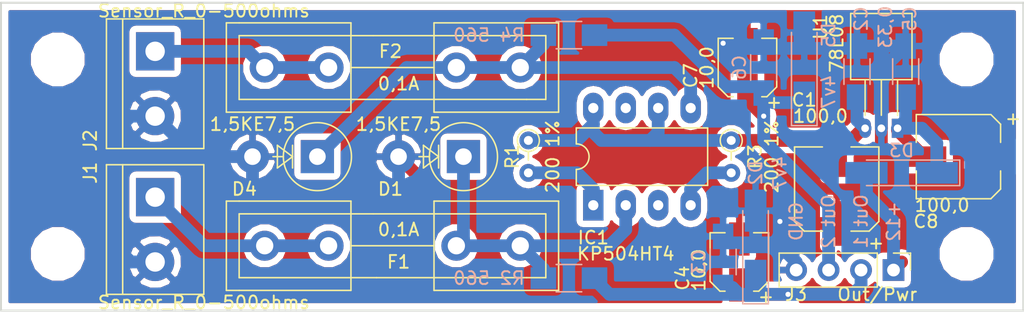
<source format=kicad_pcb>
(kicad_pcb (version 4) (host pcbnew 4.0.7)

  (general
    (links 47)
    (no_connects 0)
    (area 91.364999 58.344999 171.525001 82.625001)
    (thickness 1.6)
    (drawings 8)
    (tracks 139)
    (zones 0)
    (modules 28)
    (nets 13)
  )

  (page A4)
  (layers
    (0 F.Cu signal)
    (31 B.Cu signal)
    (32 B.Adhes user)
    (33 F.Adhes user)
    (34 B.Paste user)
    (35 F.Paste user)
    (36 B.SilkS user)
    (37 F.SilkS user)
    (38 B.Mask user)
    (39 F.Mask user)
    (40 Dwgs.User user)
    (41 Cmts.User user)
    (42 Eco1.User user)
    (43 Eco2.User user)
    (44 Edge.Cuts user)
    (45 Margin user)
    (46 B.CrtYd user)
    (47 F.CrtYd user)
    (48 B.Fab user)
    (49 F.Fab user)
  )

  (setup
    (last_trace_width 1)
    (user_trace_width 0.3)
    (user_trace_width 0.5)
    (user_trace_width 0.8)
    (user_trace_width 1)
    (trace_clearance 0.2)
    (zone_clearance 0.508)
    (zone_45_only no)
    (trace_min 0.2)
    (segment_width 0.2)
    (edge_width 0.15)
    (via_size 0.6)
    (via_drill 0.4)
    (via_min_size 0.4)
    (via_min_drill 0.3)
    (uvia_size 0.3)
    (uvia_drill 0.1)
    (uvias_allowed no)
    (uvia_min_size 0.2)
    (uvia_min_drill 0.1)
    (pcb_text_width 0.3)
    (pcb_text_size 1.5 1.5)
    (mod_edge_width 0.15)
    (mod_text_size 1 1)
    (mod_text_width 0.15)
    (pad_size 1.524 1.524)
    (pad_drill 0.762)
    (pad_to_mask_clearance 0.2)
    (aux_axis_origin 0 0)
    (visible_elements 7FFFFFFF)
    (pcbplotparams
      (layerselection 0x00030_80000001)
      (usegerberextensions false)
      (excludeedgelayer true)
      (linewidth 0.100000)
      (plotframeref false)
      (viasonmask false)
      (mode 1)
      (useauxorigin false)
      (hpglpennumber 1)
      (hpglpenspeed 20)
      (hpglpendiameter 15)
      (hpglpenoverlay 2)
      (psnegative false)
      (psa4output false)
      (plotreference true)
      (plotvalue true)
      (plotinvisibletext false)
      (padsonsilk false)
      (subtractmaskfromsilk false)
      (outputformat 1)
      (mirror false)
      (drillshape 1)
      (scaleselection 1)
      (outputdirectory ""))
  )

  (net 0 "")
  (net 1 GND)
  (net 2 +8V)
  (net 3 /ADC_In_A)
  (net 4 "Net-(C5-Pad1)")
  (net 5 /ADC_In_B)
  (net 6 "Net-(D1-Pad1)")
  (net 7 +12V)
  (net 8 "Net-(D4-Pad1)")
  (net 9 "Net-(F1-Pad2)")
  (net 10 "Net-(F2-Pad2)")
  (net 11 "Net-(IC1-Pad1)")
  (net 12 "Net-(IC1-Pad4)")

  (net_class Default "Это класс цепей по умолчанию."
    (clearance 0.2)
    (trace_width 0.25)
    (via_dia 0.6)
    (via_drill 0.4)
    (uvia_dia 0.3)
    (uvia_drill 0.1)
    (add_net +12V)
    (add_net +8V)
    (add_net /ADC_In_A)
    (add_net /ADC_In_B)
    (add_net GND)
    (add_net "Net-(C5-Pad1)")
    (add_net "Net-(D1-Pad1)")
    (add_net "Net-(D4-Pad1)")
    (add_net "Net-(F1-Pad2)")
    (add_net "Net-(F2-Pad2)")
    (add_net "Net-(IC1-Pad1)")
    (add_net "Net-(IC1-Pad4)")
  )

  (module Mounting_Holes:MountingHole_3.2mm_M3 (layer F.Cu) (tedit 5ACF90D6) (tstamp 5ACF973C)
    (at 167.005 62.865)
    (descr "Mounting Hole 3.2mm, no annular, M3")
    (tags "mounting hole 3.2mm no annular m3")
    (attr virtual)
    (fp_text reference "" (at 0 -4.2) (layer F.SilkS) hide
      (effects (font (size 1 1) (thickness 0.15)))
    )
    (fp_text value "" (at 0 4.2) (layer F.Fab) hide
      (effects (font (size 1 1) (thickness 0.15)))
    )
    (fp_text user %R (at 0.3 0) (layer F.Fab)
      (effects (font (size 1 1) (thickness 0.15)))
    )
    (fp_circle (center 0 0) (end 3.2 0) (layer Cmts.User) (width 0.15))
    (fp_circle (center 0 0) (end 3.45 0) (layer F.CrtYd) (width 0.05))
    (pad 1 np_thru_hole circle (at 0 0) (size 3.2 3.2) (drill 3.2) (layers *.Cu *.Mask))
  )

  (module Mounting_Holes:MountingHole_3.2mm_M3 (layer F.Cu) (tedit 5ACF90D6) (tstamp 5ACF9735)
    (at 167.005 78.105)
    (descr "Mounting Hole 3.2mm, no annular, M3")
    (tags "mounting hole 3.2mm no annular m3")
    (attr virtual)
    (fp_text reference "" (at 0 -4.2) (layer F.SilkS) hide
      (effects (font (size 1 1) (thickness 0.15)))
    )
    (fp_text value "" (at 0 4.2) (layer F.Fab) hide
      (effects (font (size 1 1) (thickness 0.15)))
    )
    (fp_text user %R (at 0.3 0) (layer F.Fab)
      (effects (font (size 1 1) (thickness 0.15)))
    )
    (fp_circle (center 0 0) (end 3.2 0) (layer Cmts.User) (width 0.15))
    (fp_circle (center 0 0) (end 3.45 0) (layer F.CrtYd) (width 0.05))
    (pad 1 np_thru_hole circle (at 0 0) (size 3.2 3.2) (drill 3.2) (layers *.Cu *.Mask))
  )

  (module Mounting_Holes:MountingHole_3.2mm_M3 (layer F.Cu) (tedit 5ACF90D6) (tstamp 5ACF972E)
    (at 95.885 62.865)
    (descr "Mounting Hole 3.2mm, no annular, M3")
    (tags "mounting hole 3.2mm no annular m3")
    (attr virtual)
    (fp_text reference "" (at 0 -4.2) (layer F.SilkS) hide
      (effects (font (size 1 1) (thickness 0.15)))
    )
    (fp_text value "" (at 0 4.2) (layer F.Fab) hide
      (effects (font (size 1 1) (thickness 0.15)))
    )
    (fp_text user %R (at 0.3 0) (layer F.Fab)
      (effects (font (size 1 1) (thickness 0.15)))
    )
    (fp_circle (center 0 0) (end 3.2 0) (layer Cmts.User) (width 0.15))
    (fp_circle (center 0 0) (end 3.45 0) (layer F.CrtYd) (width 0.05))
    (pad 1 np_thru_hole circle (at 0 0) (size 3.2 3.2) (drill 3.2) (layers *.Cu *.Mask))
  )

  (module Capacitors_SMD:CP_Elec_6.3x5.3 (layer F.Cu) (tedit 5B00A119) (tstamp 5ACF9087)
    (at 156.845 73.025 90)
    (descr "SMT capacitor, aluminium electrolytic, 6.3x5.3")
    (path /586ECC74)
    (attr smd)
    (fp_text reference C1 (at 6.985 -2.54 180) (layer F.SilkS)
      (effects (font (size 1 1) (thickness 0.15)))
    )
    (fp_text value 100,0 (at 5.715 -1.27 180) (layer F.SilkS)
      (effects (font (size 1 1) (thickness 0.15)))
    )
    (fp_circle (center 0 0) (end 0.6 3) (layer F.Fab) (width 0.1))
    (fp_text user + (at -1.75 -0.08 90) (layer F.Fab)
      (effects (font (size 1 1) (thickness 0.15)))
    )
    (fp_text user + (at -4.28 3.01 90) (layer F.SilkS)
      (effects (font (size 1 1) (thickness 0.15)))
    )
    (fp_text user %R (at 6.985 -2.54 180) (layer F.Fab)
      (effects (font (size 1 1) (thickness 0.15)))
    )
    (fp_line (start 3.15 3.15) (end 3.15 -3.15) (layer F.Fab) (width 0.1))
    (fp_line (start -2.48 3.15) (end 3.15 3.15) (layer F.Fab) (width 0.1))
    (fp_line (start -3.15 2.48) (end -2.48 3.15) (layer F.Fab) (width 0.1))
    (fp_line (start -3.15 -2.48) (end -3.15 2.48) (layer F.Fab) (width 0.1))
    (fp_line (start -2.48 -3.15) (end -3.15 -2.48) (layer F.Fab) (width 0.1))
    (fp_line (start 3.15 -3.15) (end -2.48 -3.15) (layer F.Fab) (width 0.1))
    (fp_line (start 3.3 3.3) (end 3.3 1.12) (layer F.SilkS) (width 0.12))
    (fp_line (start 3.3 -3.3) (end 3.3 -1.12) (layer F.SilkS) (width 0.12))
    (fp_line (start -3.3 2.54) (end -3.3 1.12) (layer F.SilkS) (width 0.12))
    (fp_line (start -3.3 -2.54) (end -3.3 -1.12) (layer F.SilkS) (width 0.12))
    (fp_line (start 3.3 3.3) (end -2.54 3.3) (layer F.SilkS) (width 0.12))
    (fp_line (start -2.54 3.3) (end -3.3 2.54) (layer F.SilkS) (width 0.12))
    (fp_line (start -3.3 -2.54) (end -2.54 -3.3) (layer F.SilkS) (width 0.12))
    (fp_line (start -2.54 -3.3) (end 3.3 -3.3) (layer F.SilkS) (width 0.12))
    (fp_line (start -4.7 -3.4) (end 4.7 -3.4) (layer F.CrtYd) (width 0.05))
    (fp_line (start -4.7 -3.4) (end -4.7 3.4) (layer F.CrtYd) (width 0.05))
    (fp_line (start 4.7 3.4) (end 4.7 -3.4) (layer F.CrtYd) (width 0.05))
    (fp_line (start 4.7 3.4) (end -4.7 3.4) (layer F.CrtYd) (width 0.05))
    (pad 1 smd rect (at -2.7 0 270) (size 3.5 1.6) (layers F.Cu F.Paste F.Mask)
      (net 1 GND))
    (pad 2 smd rect (at 2.7 0 270) (size 3.5 1.6) (layers F.Cu F.Paste F.Mask)
      (net 2 +8V))
    (model Capacitors_SMD.3dshapes/CP_Elec_6.3x5.3.wrl
      (at (xyz 0 0 0))
      (scale (xyz 1 1 1))
      (rotate (xyz 0 0 180))
    )
  )

  (module Capacitors_SMD:C_1206_HandSoldering (layer B.Cu) (tedit 5B00A226) (tstamp 5ACF908D)
    (at 158.4325 63.8175 90)
    (descr "Capacitor SMD 1206, hand soldering")
    (tags "capacitor 1206")
    (path /586ECC3D)
    (attr smd)
    (fp_text reference C2 (at 4.1275 0.3175 90) (layer B.SilkS)
      (effects (font (size 1 1) (thickness 0.15)) (justify mirror))
    )
    (fp_text value 0,33 (at 3.4925 2.2225 90) (layer B.SilkS)
      (effects (font (size 1 1) (thickness 0.15)) (justify mirror))
    )
    (fp_text user %R (at 4.1275 0.3175 90) (layer B.Fab)
      (effects (font (size 1 1) (thickness 0.15)) (justify mirror))
    )
    (fp_line (start -1.6 -0.8) (end -1.6 0.8) (layer B.Fab) (width 0.1))
    (fp_line (start 1.6 -0.8) (end -1.6 -0.8) (layer B.Fab) (width 0.1))
    (fp_line (start 1.6 0.8) (end 1.6 -0.8) (layer B.Fab) (width 0.1))
    (fp_line (start -1.6 0.8) (end 1.6 0.8) (layer B.Fab) (width 0.1))
    (fp_line (start 1 1.02) (end -1 1.02) (layer B.SilkS) (width 0.12))
    (fp_line (start -1 -1.02) (end 1 -1.02) (layer B.SilkS) (width 0.12))
    (fp_line (start -3.25 1.05) (end 3.25 1.05) (layer B.CrtYd) (width 0.05))
    (fp_line (start -3.25 1.05) (end -3.25 -1.05) (layer B.CrtYd) (width 0.05))
    (fp_line (start 3.25 -1.05) (end 3.25 1.05) (layer B.CrtYd) (width 0.05))
    (fp_line (start 3.25 -1.05) (end -3.25 -1.05) (layer B.CrtYd) (width 0.05))
    (pad 1 smd rect (at -2 0 90) (size 2 1.6) (layers B.Cu B.Paste B.Mask)
      (net 2 +8V))
    (pad 2 smd rect (at 2 0 90) (size 2 1.6) (layers B.Cu B.Paste B.Mask)
      (net 1 GND))
    (model Capacitors_SMD.3dshapes/C_1206.wrl
      (at (xyz 0 0 0))
      (scale (xyz 1 1 1))
      (rotate (xyz 0 0 0))
    )
  )

  (module Capacitors_SMD:C_1206_HandSoldering (layer B.Cu) (tedit 5B00A1CD) (tstamp 5ACF9093)
    (at 147.955 78.74 90)
    (descr "Capacitor SMD 1206, hand soldering")
    (tags "capacitor 1206")
    (path /586ECBAE)
    (attr smd)
    (fp_text reference C3 (at 0 -1.905 90) (layer B.SilkS)
      (effects (font (size 1 1) (thickness 0.15)) (justify mirror))
    )
    (fp_text value 0,1 (at 0 -2 90) (layer B.Fab)
      (effects (font (size 1 1) (thickness 0.15)) (justify mirror))
    )
    (fp_text user %R (at 0 -1.905 90) (layer B.Fab)
      (effects (font (size 1 1) (thickness 0.15)) (justify mirror))
    )
    (fp_line (start -1.6 -0.8) (end -1.6 0.8) (layer B.Fab) (width 0.1))
    (fp_line (start 1.6 -0.8) (end -1.6 -0.8) (layer B.Fab) (width 0.1))
    (fp_line (start 1.6 0.8) (end 1.6 -0.8) (layer B.Fab) (width 0.1))
    (fp_line (start -1.6 0.8) (end 1.6 0.8) (layer B.Fab) (width 0.1))
    (fp_line (start 1 1.02) (end -1 1.02) (layer B.SilkS) (width 0.12))
    (fp_line (start -1 -1.02) (end 1 -1.02) (layer B.SilkS) (width 0.12))
    (fp_line (start -3.25 1.05) (end 3.25 1.05) (layer B.CrtYd) (width 0.05))
    (fp_line (start -3.25 1.05) (end -3.25 -1.05) (layer B.CrtYd) (width 0.05))
    (fp_line (start 3.25 -1.05) (end 3.25 1.05) (layer B.CrtYd) (width 0.05))
    (fp_line (start 3.25 -1.05) (end -3.25 -1.05) (layer B.CrtYd) (width 0.05))
    (pad 1 smd rect (at -2 0 90) (size 2 1.6) (layers B.Cu B.Paste B.Mask)
      (net 3 /ADC_In_A))
    (pad 2 smd rect (at 2 0 90) (size 2 1.6) (layers B.Cu B.Paste B.Mask)
      (net 1 GND))
    (model Capacitors_SMD.3dshapes/C_1206.wrl
      (at (xyz 0 0 0))
      (scale (xyz 1 1 1))
      (rotate (xyz 0 0 0))
    )
  )

  (module Capacitors_SMD:CP_Elec_4x5.7 (layer F.Cu) (tedit 5B00A089) (tstamp 5ACF9099)
    (at 149.225 78.74 90)
    (descr "SMT capacitor, aluminium electrolytic, 4x5.7")
    (path /586ECCC9)
    (attr smd)
    (fp_text reference C4 (at -1.27 -4.445 90) (layer F.SilkS)
      (effects (font (size 1 1) (thickness 0.15)))
    )
    (fp_text value 10,0 (at -0.635 -3.175 90) (layer F.SilkS)
      (effects (font (size 1 1) (thickness 0.15)))
    )
    (fp_circle (center 0 0) (end 0.3 2.1) (layer F.Fab) (width 0.1))
    (fp_text user + (at -1.1 -0.08 90) (layer F.Fab)
      (effects (font (size 1 1) (thickness 0.15)))
    )
    (fp_text user + (at -2.77 2.01 90) (layer F.SilkS)
      (effects (font (size 1 1) (thickness 0.15)))
    )
    (fp_text user %R (at -1.27 -4.445 90) (layer F.Fab)
      (effects (font (size 1 1) (thickness 0.15)))
    )
    (fp_line (start 2.13 2.13) (end 2.13 -2.13) (layer F.Fab) (width 0.1))
    (fp_line (start -1.46 2.13) (end 2.13 2.13) (layer F.Fab) (width 0.1))
    (fp_line (start -2.13 1.46) (end -1.46 2.13) (layer F.Fab) (width 0.1))
    (fp_line (start -2.13 -1.46) (end -2.13 1.46) (layer F.Fab) (width 0.1))
    (fp_line (start -1.46 -2.13) (end -2.13 -1.46) (layer F.Fab) (width 0.1))
    (fp_line (start 2.13 -2.13) (end -1.46 -2.13) (layer F.Fab) (width 0.1))
    (fp_line (start 2.29 2.29) (end 2.29 1.12) (layer F.SilkS) (width 0.12))
    (fp_line (start 2.29 -2.29) (end 2.29 -1.12) (layer F.SilkS) (width 0.12))
    (fp_line (start -2.29 -1.52) (end -2.29 -1.12) (layer F.SilkS) (width 0.12))
    (fp_line (start -2.29 1.52) (end -2.29 1.12) (layer F.SilkS) (width 0.12))
    (fp_line (start -1.52 2.29) (end 2.29 2.29) (layer F.SilkS) (width 0.12))
    (fp_line (start -1.52 2.29) (end -2.29 1.52) (layer F.SilkS) (width 0.12))
    (fp_line (start -1.52 -2.29) (end 2.29 -2.29) (layer F.SilkS) (width 0.12))
    (fp_line (start -1.52 -2.29) (end -2.29 -1.52) (layer F.SilkS) (width 0.12))
    (fp_line (start -3.35 -2.39) (end 3.35 -2.39) (layer F.CrtYd) (width 0.05))
    (fp_line (start -3.35 -2.39) (end -3.35 2.38) (layer F.CrtYd) (width 0.05))
    (fp_line (start 3.35 2.38) (end 3.35 -2.39) (layer F.CrtYd) (width 0.05))
    (fp_line (start 3.35 2.38) (end -3.35 2.38) (layer F.CrtYd) (width 0.05))
    (pad 1 smd rect (at -1.8 0 270) (size 2.6 1.6) (layers F.Cu F.Paste F.Mask)
      (net 3 /ADC_In_A))
    (pad 2 smd rect (at 1.8 0 270) (size 2.6 1.6) (layers F.Cu F.Paste F.Mask)
      (net 1 GND))
    (model Capacitors_SMD.3dshapes/CP_Elec_4x5.7.wrl
      (at (xyz 0 0 0))
      (scale (xyz 1 1 1))
      (rotate (xyz 0 0 180))
    )
  )

  (module Capacitors_SMD:C_1206_HandSoldering (layer B.Cu) (tedit 5B00A1E5) (tstamp 5ACF909F)
    (at 162.2425 63.8175 90)
    (descr "Capacitor SMD 1206, hand soldering")
    (tags "capacitor 1206")
    (path /586ECD3A)
    (attr smd)
    (fp_text reference C5 (at 4.1275 0.3175 90) (layer B.SilkS)
      (effects (font (size 1 1) (thickness 0.15)) (justify mirror))
    )
    (fp_text value 0,33 (at 0 -2 90) (layer B.Fab)
      (effects (font (size 1 1) (thickness 0.15)) (justify mirror))
    )
    (fp_text user %R (at 4.1275 0.3175 90) (layer B.Fab)
      (effects (font (size 1 1) (thickness 0.15)) (justify mirror))
    )
    (fp_line (start -1.6 -0.8) (end -1.6 0.8) (layer B.Fab) (width 0.1))
    (fp_line (start 1.6 -0.8) (end -1.6 -0.8) (layer B.Fab) (width 0.1))
    (fp_line (start 1.6 0.8) (end 1.6 -0.8) (layer B.Fab) (width 0.1))
    (fp_line (start -1.6 0.8) (end 1.6 0.8) (layer B.Fab) (width 0.1))
    (fp_line (start 1 1.02) (end -1 1.02) (layer B.SilkS) (width 0.12))
    (fp_line (start -1 -1.02) (end 1 -1.02) (layer B.SilkS) (width 0.12))
    (fp_line (start -3.25 1.05) (end 3.25 1.05) (layer B.CrtYd) (width 0.05))
    (fp_line (start -3.25 1.05) (end -3.25 -1.05) (layer B.CrtYd) (width 0.05))
    (fp_line (start 3.25 -1.05) (end 3.25 1.05) (layer B.CrtYd) (width 0.05))
    (fp_line (start 3.25 -1.05) (end -3.25 -1.05) (layer B.CrtYd) (width 0.05))
    (pad 1 smd rect (at -2 0 90) (size 2 1.6) (layers B.Cu B.Paste B.Mask)
      (net 4 "Net-(C5-Pad1)"))
    (pad 2 smd rect (at 2 0 90) (size 2 1.6) (layers B.Cu B.Paste B.Mask)
      (net 1 GND))
    (model Capacitors_SMD.3dshapes/C_1206.wrl
      (at (xyz 0 0 0))
      (scale (xyz 1 1 1))
      (rotate (xyz 0 0 0))
    )
  )

  (module Capacitors_SMD:C_1206_HandSoldering (layer B.Cu) (tedit 5B00A1C8) (tstamp 5ACF90A5)
    (at 151.13 63.5 90)
    (descr "Capacitor SMD 1206, hand soldering")
    (tags "capacitor 1206")
    (path /5ACF9AD0)
    (attr smd)
    (fp_text reference C6 (at 0 -1.905 90) (layer B.SilkS)
      (effects (font (size 1 1) (thickness 0.15)) (justify mirror))
    )
    (fp_text value 0,1 (at 0 -2 90) (layer B.Fab)
      (effects (font (size 1 1) (thickness 0.15)) (justify mirror))
    )
    (fp_text user %R (at 0 -1.905 90) (layer B.Fab)
      (effects (font (size 1 1) (thickness 0.15)) (justify mirror))
    )
    (fp_line (start -1.6 -0.8) (end -1.6 0.8) (layer B.Fab) (width 0.1))
    (fp_line (start 1.6 -0.8) (end -1.6 -0.8) (layer B.Fab) (width 0.1))
    (fp_line (start 1.6 0.8) (end 1.6 -0.8) (layer B.Fab) (width 0.1))
    (fp_line (start -1.6 0.8) (end 1.6 0.8) (layer B.Fab) (width 0.1))
    (fp_line (start 1 1.02) (end -1 1.02) (layer B.SilkS) (width 0.12))
    (fp_line (start -1 -1.02) (end 1 -1.02) (layer B.SilkS) (width 0.12))
    (fp_line (start -3.25 1.05) (end 3.25 1.05) (layer B.CrtYd) (width 0.05))
    (fp_line (start -3.25 1.05) (end -3.25 -1.05) (layer B.CrtYd) (width 0.05))
    (fp_line (start 3.25 -1.05) (end 3.25 1.05) (layer B.CrtYd) (width 0.05))
    (fp_line (start 3.25 -1.05) (end -3.25 -1.05) (layer B.CrtYd) (width 0.05))
    (pad 1 smd rect (at -2 0 90) (size 2 1.6) (layers B.Cu B.Paste B.Mask)
      (net 5 /ADC_In_B))
    (pad 2 smd rect (at 2 0 90) (size 2 1.6) (layers B.Cu B.Paste B.Mask)
      (net 1 GND))
    (model Capacitors_SMD.3dshapes/C_1206.wrl
      (at (xyz 0 0 0))
      (scale (xyz 1 1 1))
      (rotate (xyz 0 0 0))
    )
  )

  (module Capacitors_SMD:CP_Elec_4x5.7 (layer F.Cu) (tedit 5B00A09F) (tstamp 5ACF90AB)
    (at 149.86 63.5 90)
    (descr "SMT capacitor, aluminium electrolytic, 4x5.7")
    (path /5ACF9AD6)
    (attr smd)
    (fp_text reference C7 (at -0.635 -4.445 90) (layer F.SilkS)
      (effects (font (size 1 1) (thickness 0.15)))
    )
    (fp_text value 10,0 (at 0 -3.175 90) (layer F.SilkS)
      (effects (font (size 1 1) (thickness 0.15)))
    )
    (fp_circle (center 0 0) (end 0.3 2.1) (layer F.Fab) (width 0.1))
    (fp_text user + (at -1.1 -0.08 90) (layer F.Fab)
      (effects (font (size 1 1) (thickness 0.15)))
    )
    (fp_text user + (at -2.77 2.01 90) (layer F.SilkS)
      (effects (font (size 1 1) (thickness 0.15)))
    )
    (fp_text user %R (at -0.635 -4.445 90) (layer F.Fab)
      (effects (font (size 1 1) (thickness 0.15)))
    )
    (fp_line (start 2.13 2.13) (end 2.13 -2.13) (layer F.Fab) (width 0.1))
    (fp_line (start -1.46 2.13) (end 2.13 2.13) (layer F.Fab) (width 0.1))
    (fp_line (start -2.13 1.46) (end -1.46 2.13) (layer F.Fab) (width 0.1))
    (fp_line (start -2.13 -1.46) (end -2.13 1.46) (layer F.Fab) (width 0.1))
    (fp_line (start -1.46 -2.13) (end -2.13 -1.46) (layer F.Fab) (width 0.1))
    (fp_line (start 2.13 -2.13) (end -1.46 -2.13) (layer F.Fab) (width 0.1))
    (fp_line (start 2.29 2.29) (end 2.29 1.12) (layer F.SilkS) (width 0.12))
    (fp_line (start 2.29 -2.29) (end 2.29 -1.12) (layer F.SilkS) (width 0.12))
    (fp_line (start -2.29 -1.52) (end -2.29 -1.12) (layer F.SilkS) (width 0.12))
    (fp_line (start -2.29 1.52) (end -2.29 1.12) (layer F.SilkS) (width 0.12))
    (fp_line (start -1.52 2.29) (end 2.29 2.29) (layer F.SilkS) (width 0.12))
    (fp_line (start -1.52 2.29) (end -2.29 1.52) (layer F.SilkS) (width 0.12))
    (fp_line (start -1.52 -2.29) (end 2.29 -2.29) (layer F.SilkS) (width 0.12))
    (fp_line (start -1.52 -2.29) (end -2.29 -1.52) (layer F.SilkS) (width 0.12))
    (fp_line (start -3.35 -2.39) (end 3.35 -2.39) (layer F.CrtYd) (width 0.05))
    (fp_line (start -3.35 -2.39) (end -3.35 2.38) (layer F.CrtYd) (width 0.05))
    (fp_line (start 3.35 2.38) (end 3.35 -2.39) (layer F.CrtYd) (width 0.05))
    (fp_line (start 3.35 2.38) (end -3.35 2.38) (layer F.CrtYd) (width 0.05))
    (pad 1 smd rect (at -1.8 0 270) (size 2.6 1.6) (layers F.Cu F.Paste F.Mask)
      (net 5 /ADC_In_B))
    (pad 2 smd rect (at 1.8 0 270) (size 2.6 1.6) (layers F.Cu F.Paste F.Mask)
      (net 1 GND))
    (model Capacitors_SMD.3dshapes/CP_Elec_4x5.7.wrl
      (at (xyz 0 0 0))
      (scale (xyz 1 1 1))
      (rotate (xyz 0 0 180))
    )
  )

  (module Capacitors_SMD:CP_Elec_6.3x5.3 (layer F.Cu) (tedit 5B00A136) (tstamp 5ACF90B1)
    (at 166.37 70.485 180)
    (descr "SMT capacitor, aluminium electrolytic, 6.3x5.3")
    (path /5ACF9548)
    (attr smd)
    (fp_text reference C8 (at 2.54 -5.08 180) (layer F.SilkS)
      (effects (font (size 1 1) (thickness 0.15)))
    )
    (fp_text value 100,0 (at 1.27 -3.81 180) (layer F.SilkS)
      (effects (font (size 1 1) (thickness 0.15)))
    )
    (fp_circle (center 0 0) (end 0.6 3) (layer F.Fab) (width 0.1))
    (fp_text user + (at -1.75 -0.08 180) (layer F.Fab)
      (effects (font (size 1 1) (thickness 0.15)))
    )
    (fp_text user + (at -4.28 3.01 180) (layer F.SilkS)
      (effects (font (size 1 1) (thickness 0.15)))
    )
    (fp_text user %R (at 2.54 -5.08 180) (layer F.Fab)
      (effects (font (size 1 1) (thickness 0.15)))
    )
    (fp_line (start 3.15 3.15) (end 3.15 -3.15) (layer F.Fab) (width 0.1))
    (fp_line (start -2.48 3.15) (end 3.15 3.15) (layer F.Fab) (width 0.1))
    (fp_line (start -3.15 2.48) (end -2.48 3.15) (layer F.Fab) (width 0.1))
    (fp_line (start -3.15 -2.48) (end -3.15 2.48) (layer F.Fab) (width 0.1))
    (fp_line (start -2.48 -3.15) (end -3.15 -2.48) (layer F.Fab) (width 0.1))
    (fp_line (start 3.15 -3.15) (end -2.48 -3.15) (layer F.Fab) (width 0.1))
    (fp_line (start 3.3 3.3) (end 3.3 1.12) (layer F.SilkS) (width 0.12))
    (fp_line (start 3.3 -3.3) (end 3.3 -1.12) (layer F.SilkS) (width 0.12))
    (fp_line (start -3.3 2.54) (end -3.3 1.12) (layer F.SilkS) (width 0.12))
    (fp_line (start -3.3 -2.54) (end -3.3 -1.12) (layer F.SilkS) (width 0.12))
    (fp_line (start 3.3 3.3) (end -2.54 3.3) (layer F.SilkS) (width 0.12))
    (fp_line (start -2.54 3.3) (end -3.3 2.54) (layer F.SilkS) (width 0.12))
    (fp_line (start -3.3 -2.54) (end -2.54 -3.3) (layer F.SilkS) (width 0.12))
    (fp_line (start -2.54 -3.3) (end 3.3 -3.3) (layer F.SilkS) (width 0.12))
    (fp_line (start -4.7 -3.4) (end 4.7 -3.4) (layer F.CrtYd) (width 0.05))
    (fp_line (start -4.7 -3.4) (end -4.7 3.4) (layer F.CrtYd) (width 0.05))
    (fp_line (start 4.7 3.4) (end 4.7 -3.4) (layer F.CrtYd) (width 0.05))
    (fp_line (start 4.7 3.4) (end -4.7 3.4) (layer F.CrtYd) (width 0.05))
    (pad 1 smd rect (at -2.7 0) (size 3.5 1.6) (layers F.Cu F.Paste F.Mask)
      (net 1 GND))
    (pad 2 smd rect (at 2.7 0) (size 3.5 1.6) (layers F.Cu F.Paste F.Mask)
      (net 4 "Net-(C5-Pad1)"))
    (model Capacitors_SMD.3dshapes/CP_Elec_6.3x5.3.wrl
      (at (xyz 0 0 0))
      (scale (xyz 1 1 1))
      (rotate (xyz 0 0 180))
    )
  )

  (module Diodes_THT:D_DO-201_P5.08mm_Vertical_AnodeUp (layer F.Cu) (tedit 5B00A154) (tstamp 5ACF90B7)
    (at 127.635 70.485 180)
    (descr "D, DO-201 series, Axial, Vertical, pin pitch=5.08mm, , length*diameter=9.53*5.21mm^2, , http://www.diodes.com/_files/packages/DO-201.pdf")
    (tags "D DO-201 series Axial Vertical pin pitch 5.08mm  length 9.53mm diameter 5.21mm")
    (path /586EC98B)
    (fp_text reference D1 (at 5.715 -2.54 180) (layer F.SilkS)
      (effects (font (size 1 1) (thickness 0.15)))
    )
    (fp_text value 1,5KE7,5 (at 5.08 2.54 180) (layer F.SilkS)
      (effects (font (size 1 1) (thickness 0.15)))
    )
    (fp_text user K (at -1.905 -2.54 180) (layer F.Fab)
      (effects (font (size 1 1) (thickness 0.15)))
    )
    (fp_text user %R (at 5.715 -2.54 180) (layer F.Fab)
      (effects (font (size 1 1) (thickness 0.15)))
    )
    (fp_line (start 0 0) (end 5.08 0) (layer F.Fab) (width 0.1))
    (fp_line (start 2.665 0) (end 3.48 0) (layer F.SilkS) (width 0.12))
    (fp_line (start 1.947333 -0.889) (end 1.947333 0.889) (layer F.SilkS) (width 0.12))
    (fp_line (start 1.947333 0) (end 3.132667 -0.889) (layer F.SilkS) (width 0.12))
    (fp_line (start 3.132667 -0.889) (end 3.132667 0.889) (layer F.SilkS) (width 0.12))
    (fp_line (start 3.132667 0.889) (end 1.947333 0) (layer F.SilkS) (width 0.12))
    (fp_line (start -2.95 -2.95) (end -2.95 2.95) (layer F.CrtYd) (width 0.05))
    (fp_line (start -2.95 2.95) (end 6.7 2.95) (layer F.CrtYd) (width 0.05))
    (fp_line (start 6.7 2.95) (end 6.7 -2.95) (layer F.CrtYd) (width 0.05))
    (fp_line (start 6.7 -2.95) (end -2.95 -2.95) (layer F.CrtYd) (width 0.05))
    (fp_circle (center 0 0) (end 2.605 0) (layer F.Fab) (width 0.1))
    (fp_circle (center 0 0) (end 2.665 0) (layer F.SilkS) (width 0.12))
    (pad 1 thru_hole rect (at 0 0 180) (size 2.6 2.6) (drill 1.3) (layers *.Cu *.Mask)
      (net 6 "Net-(D1-Pad1)"))
    (pad 2 thru_hole oval (at 5.08 0 180) (size 2.6 2.6) (drill 1.3) (layers *.Cu *.Mask)
      (net 1 GND))
    (model ${KISYS3DMOD}/Diodes_THT.3dshapes/D_DO-201_P5.08mm_Vertical_AnodeUp.wrl
      (at (xyz 0 0 0))
      (scale (xyz 0.393701 0.393701 0.393701))
      (rotate (xyz 0 0 0))
    )
  )

  (module Diodes_THT:D_DO-201_P5.08mm_Vertical_AnodeUp (layer F.Cu) (tedit 5B00A151) (tstamp 5ACF90C9)
    (at 116.205 70.485 180)
    (descr "D, DO-201 series, Axial, Vertical, pin pitch=5.08mm, , length*diameter=9.53*5.21mm^2, , http://www.diodes.com/_files/packages/DO-201.pdf")
    (tags "D DO-201 series Axial Vertical pin pitch 5.08mm  length 9.53mm diameter 5.21mm")
    (path /5ACF9AB2)
    (fp_text reference D4 (at 5.715 -2.54 180) (layer F.SilkS)
      (effects (font (size 1 1) (thickness 0.15)))
    )
    (fp_text value 1,5KE7,5 (at 5.08 2.54 180) (layer F.SilkS)
      (effects (font (size 1 1) (thickness 0.15)))
    )
    (fp_text user K (at -1.905 -2.54 180) (layer F.Fab)
      (effects (font (size 1 1) (thickness 0.15)))
    )
    (fp_text user %R (at 5.715 -2.54 180) (layer F.Fab)
      (effects (font (size 1 1) (thickness 0.15)))
    )
    (fp_line (start 0 0) (end 5.08 0) (layer F.Fab) (width 0.1))
    (fp_line (start 2.665 0) (end 3.48 0) (layer F.SilkS) (width 0.12))
    (fp_line (start 1.947333 -0.889) (end 1.947333 0.889) (layer F.SilkS) (width 0.12))
    (fp_line (start 1.947333 0) (end 3.132667 -0.889) (layer F.SilkS) (width 0.12))
    (fp_line (start 3.132667 -0.889) (end 3.132667 0.889) (layer F.SilkS) (width 0.12))
    (fp_line (start 3.132667 0.889) (end 1.947333 0) (layer F.SilkS) (width 0.12))
    (fp_line (start -2.95 -2.95) (end -2.95 2.95) (layer F.CrtYd) (width 0.05))
    (fp_line (start -2.95 2.95) (end 6.7 2.95) (layer F.CrtYd) (width 0.05))
    (fp_line (start 6.7 2.95) (end 6.7 -2.95) (layer F.CrtYd) (width 0.05))
    (fp_line (start 6.7 -2.95) (end -2.95 -2.95) (layer F.CrtYd) (width 0.05))
    (fp_circle (center 0 0) (end 2.605 0) (layer F.Fab) (width 0.1))
    (fp_circle (center 0 0) (end 2.665 0) (layer F.SilkS) (width 0.12))
    (pad 1 thru_hole rect (at 0 0 180) (size 2.6 2.6) (drill 1.3) (layers *.Cu *.Mask)
      (net 8 "Net-(D4-Pad1)"))
    (pad 2 thru_hole oval (at 5.08 0 180) (size 2.6 2.6) (drill 1.3) (layers *.Cu *.Mask)
      (net 1 GND))
    (model ${KISYS3DMOD}/Diodes_THT.3dshapes/D_DO-201_P5.08mm_Vertical_AnodeUp.wrl
      (at (xyz 0 0 0))
      (scale (xyz 0.393701 0.393701 0.393701))
      (rotate (xyz 0 0 0))
    )
  )

  (module Fuse_Holders_and_Fuses:Fuseholder5x20_horiz_open_inline_Type-I (layer F.Cu) (tedit 5ACF98B4) (tstamp 5ACF90D7)
    (at 132.08 77.47 180)
    (descr "Fuseholder, 5x20, open, horizontal, Type-I, Inline,")
    (tags "Fuseholder 5x20 open horizontal Type-I Inline Sicherungshalter offen ")
    (path /586ECAC3)
    (fp_text reference F1 (at 9.525 -1.27 180) (layer F.SilkS)
      (effects (font (size 1 1) (thickness 0.15)))
    )
    (fp_text value 0,1A (at 9.525 1.27 180) (layer F.SilkS)
      (effects (font (size 1 1) (thickness 0.15)))
    )
    (fp_line (start 5 0) (end 15 0) (layer F.Fab) (width 0.1))
    (fp_line (start -2 -2.5) (end 22 -2.5) (layer F.Fab) (width 0.1))
    (fp_line (start 22 -2.5) (end 22 2.5) (layer F.Fab) (width 0.1))
    (fp_line (start 22 2.5) (end -2 2.5) (layer F.Fab) (width 0.1))
    (fp_line (start -2 2.5) (end -2 -2.5) (layer F.Fab) (width 0.1))
    (fp_line (start 13.35 -3.4) (end 13.35 3.4) (layer F.Fab) (width 0.1))
    (fp_line (start 13.35 3.4) (end 22.9 3.4) (layer F.Fab) (width 0.1))
    (fp_line (start 22.9 3.4) (end 22.9 -3.4) (layer F.Fab) (width 0.1))
    (fp_line (start 22.9 -3.4) (end 13.35 -3.4) (layer F.Fab) (width 0.1))
    (fp_line (start -2.95 -3.4) (end 6.65 -3.4) (layer F.Fab) (width 0.1))
    (fp_line (start 6.65 -3.4) (end 6.65 3.4) (layer F.Fab) (width 0.1))
    (fp_line (start 6.65 3.4) (end -2.9 3.4) (layer F.Fab) (width 0.1))
    (fp_line (start -2.9 3.4) (end -2.9 -3.4) (layer F.Fab) (width 0.1))
    (fp_line (start 13.25 0) (end 6.75 0) (layer F.SilkS) (width 0.12))
    (fp_line (start 13.25 -3.5) (end 13.25 3.5) (layer F.SilkS) (width 0.12))
    (fp_line (start 22 3.5) (end 13.25 3.5) (layer F.SilkS) (width 0.12))
    (fp_line (start 22 -3.5) (end 13.25 -3.5) (layer F.SilkS) (width 0.12))
    (fp_line (start -0.75 2.5) (end -2 2.5) (layer F.SilkS) (width 0.12))
    (fp_line (start -0.5 -2.5) (end -2 -2.5) (layer F.SilkS) (width 0.12))
    (fp_line (start 11.5 2.5) (end -0.75 2.5) (layer F.SilkS) (width 0.12))
    (fp_line (start 11.25 -2.5) (end -0.5 -2.5) (layer F.SilkS) (width 0.12))
    (fp_line (start 22 2.5) (end 11.5 2.5) (layer F.SilkS) (width 0.12))
    (fp_line (start 22 -2.5) (end 11.25 -2.5) (layer F.SilkS) (width 0.12))
    (fp_line (start 22 -2.5) (end 22 2.5) (layer F.SilkS) (width 0.12))
    (fp_line (start 23 -3.5) (end 22 -3.5) (layer F.SilkS) (width 0.12))
    (fp_line (start 23 -3.5) (end 23 3.5) (layer F.SilkS) (width 0.12))
    (fp_line (start 23 3.5) (end 22 3.5) (layer F.SilkS) (width 0.12))
    (fp_line (start -2 -2.5) (end -2 2.5) (layer F.SilkS) (width 0.12))
    (fp_line (start 6.75 -3.5) (end -3 -3.5) (layer F.SilkS) (width 0.12))
    (fp_line (start -3 -3.5) (end -3 3.5) (layer F.SilkS) (width 0.12))
    (fp_line (start 6.75 3.5) (end -3 3.5) (layer F.SilkS) (width 0.12))
    (fp_line (start 6.75 -3.5) (end 6.75 3.5) (layer F.SilkS) (width 0.12))
    (fp_line (start -3.2 -3.65) (end 23.15 -3.65) (layer F.CrtYd) (width 0.05))
    (fp_line (start -3.2 -3.65) (end -3.2 3.65) (layer F.CrtYd) (width 0.05))
    (fp_line (start 23.15 3.65) (end 23.15 -3.65) (layer F.CrtYd) (width 0.05))
    (fp_line (start 23.15 3.65) (end -3.2 3.65) (layer F.CrtYd) (width 0.05))
    (pad 2 thru_hole circle (at 15 0 180) (size 2.35 2.35) (drill 1.35) (layers *.Cu *.Mask)
      (net 9 "Net-(F1-Pad2)"))
    (pad 2 thru_hole circle (at 20 0 180) (size 2.35 2.35) (drill 1.35) (layers *.Cu *.Mask)
      (net 9 "Net-(F1-Pad2)"))
    (pad 1 thru_hole circle (at 5 0 180) (size 2.35 2.35) (drill 1.35) (layers *.Cu *.Mask)
      (net 6 "Net-(D1-Pad1)"))
    (pad 1 thru_hole circle (at 0 0 180) (size 2.35 2.35) (drill 1.35) (layers *.Cu *.Mask)
      (net 6 "Net-(D1-Pad1)"))
  )

  (module Fuse_Holders_and_Fuses:Fuseholder5x20_horiz_open_inline_Type-I (layer F.Cu) (tedit 5ACF98B0) (tstamp 5ACF90DF)
    (at 132.08 63.5 180)
    (descr "Fuseholder, 5x20, open, horizontal, Type-I, Inline,")
    (tags "Fuseholder 5x20 open horizontal Type-I Inline Sicherungshalter offen ")
    (path /5ACF9ACA)
    (fp_text reference F2 (at 10.16 1.27 180) (layer F.SilkS)
      (effects (font (size 1 1) (thickness 0.15)))
    )
    (fp_text value 0,1A (at 9.525 -1.27 180) (layer F.SilkS)
      (effects (font (size 1 1) (thickness 0.15)))
    )
    (fp_line (start 5 0) (end 15 0) (layer F.Fab) (width 0.1))
    (fp_line (start -2 -2.5) (end 22 -2.5) (layer F.Fab) (width 0.1))
    (fp_line (start 22 -2.5) (end 22 2.5) (layer F.Fab) (width 0.1))
    (fp_line (start 22 2.5) (end -2 2.5) (layer F.Fab) (width 0.1))
    (fp_line (start -2 2.5) (end -2 -2.5) (layer F.Fab) (width 0.1))
    (fp_line (start 13.35 -3.4) (end 13.35 3.4) (layer F.Fab) (width 0.1))
    (fp_line (start 13.35 3.4) (end 22.9 3.4) (layer F.Fab) (width 0.1))
    (fp_line (start 22.9 3.4) (end 22.9 -3.4) (layer F.Fab) (width 0.1))
    (fp_line (start 22.9 -3.4) (end 13.35 -3.4) (layer F.Fab) (width 0.1))
    (fp_line (start -2.95 -3.4) (end 6.65 -3.4) (layer F.Fab) (width 0.1))
    (fp_line (start 6.65 -3.4) (end 6.65 3.4) (layer F.Fab) (width 0.1))
    (fp_line (start 6.65 3.4) (end -2.9 3.4) (layer F.Fab) (width 0.1))
    (fp_line (start -2.9 3.4) (end -2.9 -3.4) (layer F.Fab) (width 0.1))
    (fp_line (start 13.25 0) (end 6.75 0) (layer F.SilkS) (width 0.12))
    (fp_line (start 13.25 -3.5) (end 13.25 3.5) (layer F.SilkS) (width 0.12))
    (fp_line (start 22 3.5) (end 13.25 3.5) (layer F.SilkS) (width 0.12))
    (fp_line (start 22 -3.5) (end 13.25 -3.5) (layer F.SilkS) (width 0.12))
    (fp_line (start -0.75 2.5) (end -2 2.5) (layer F.SilkS) (width 0.12))
    (fp_line (start -0.5 -2.5) (end -2 -2.5) (layer F.SilkS) (width 0.12))
    (fp_line (start 11.5 2.5) (end -0.75 2.5) (layer F.SilkS) (width 0.12))
    (fp_line (start 11.25 -2.5) (end -0.5 -2.5) (layer F.SilkS) (width 0.12))
    (fp_line (start 22 2.5) (end 11.5 2.5) (layer F.SilkS) (width 0.12))
    (fp_line (start 22 -2.5) (end 11.25 -2.5) (layer F.SilkS) (width 0.12))
    (fp_line (start 22 -2.5) (end 22 2.5) (layer F.SilkS) (width 0.12))
    (fp_line (start 23 -3.5) (end 22 -3.5) (layer F.SilkS) (width 0.12))
    (fp_line (start 23 -3.5) (end 23 3.5) (layer F.SilkS) (width 0.12))
    (fp_line (start 23 3.5) (end 22 3.5) (layer F.SilkS) (width 0.12))
    (fp_line (start -2 -2.5) (end -2 2.5) (layer F.SilkS) (width 0.12))
    (fp_line (start 6.75 -3.5) (end -3 -3.5) (layer F.SilkS) (width 0.12))
    (fp_line (start -3 -3.5) (end -3 3.5) (layer F.SilkS) (width 0.12))
    (fp_line (start 6.75 3.5) (end -3 3.5) (layer F.SilkS) (width 0.12))
    (fp_line (start 6.75 -3.5) (end 6.75 3.5) (layer F.SilkS) (width 0.12))
    (fp_line (start -3.2 -3.65) (end 23.15 -3.65) (layer F.CrtYd) (width 0.05))
    (fp_line (start -3.2 -3.65) (end -3.2 3.65) (layer F.CrtYd) (width 0.05))
    (fp_line (start 23.15 3.65) (end 23.15 -3.65) (layer F.CrtYd) (width 0.05))
    (fp_line (start 23.15 3.65) (end -3.2 3.65) (layer F.CrtYd) (width 0.05))
    (pad 2 thru_hole circle (at 15 0 180) (size 2.35 2.35) (drill 1.35) (layers *.Cu *.Mask)
      (net 10 "Net-(F2-Pad2)"))
    (pad 2 thru_hole circle (at 20 0 180) (size 2.35 2.35) (drill 1.35) (layers *.Cu *.Mask)
      (net 10 "Net-(F2-Pad2)"))
    (pad 1 thru_hole circle (at 5 0 180) (size 2.35 2.35) (drill 1.35) (layers *.Cu *.Mask)
      (net 8 "Net-(D4-Pad1)"))
    (pad 1 thru_hole circle (at 0 0 180) (size 2.35 2.35) (drill 1.35) (layers *.Cu *.Mask)
      (net 8 "Net-(D4-Pad1)"))
  )

  (module Connectors_Terminal_Blocks:TerminalBlock_bornier-2_P5.08mm (layer F.Cu) (tedit 5B00A00F) (tstamp 5ACF90E5)
    (at 103.505 73.66 270)
    (descr "simple 2-pin terminal block, pitch 5.08mm, revamped version of bornier2")
    (tags "terminal block bornier2")
    (path /586EC910)
    (fp_text reference J1 (at -1.905 5.08 270) (layer F.SilkS)
      (effects (font (size 1 1) (thickness 0.15)))
    )
    (fp_text value Sensor_R_0-500ohms (at 8.255 -3.81 360) (layer F.SilkS)
      (effects (font (size 1 1) (thickness 0.15)))
    )
    (fp_text user %R (at -1.905 5.08 270) (layer F.Fab)
      (effects (font (size 1 1) (thickness 0.15)))
    )
    (fp_line (start -2.41 2.55) (end 7.49 2.55) (layer F.Fab) (width 0.1))
    (fp_line (start -2.46 -3.75) (end -2.46 3.75) (layer F.Fab) (width 0.1))
    (fp_line (start -2.46 3.75) (end 7.54 3.75) (layer F.Fab) (width 0.1))
    (fp_line (start 7.54 3.75) (end 7.54 -3.75) (layer F.Fab) (width 0.1))
    (fp_line (start 7.54 -3.75) (end -2.46 -3.75) (layer F.Fab) (width 0.1))
    (fp_line (start 7.62 2.54) (end -2.54 2.54) (layer F.SilkS) (width 0.12))
    (fp_line (start 7.62 3.81) (end 7.62 -3.81) (layer F.SilkS) (width 0.12))
    (fp_line (start 7.62 -3.81) (end -2.54 -3.81) (layer F.SilkS) (width 0.12))
    (fp_line (start -2.54 -3.81) (end -2.54 3.81) (layer F.SilkS) (width 0.12))
    (fp_line (start -2.54 3.81) (end 7.62 3.81) (layer F.SilkS) (width 0.12))
    (fp_line (start -2.71 -4) (end 7.79 -4) (layer F.CrtYd) (width 0.05))
    (fp_line (start -2.71 -4) (end -2.71 4) (layer F.CrtYd) (width 0.05))
    (fp_line (start 7.79 4) (end 7.79 -4) (layer F.CrtYd) (width 0.05))
    (fp_line (start 7.79 4) (end -2.71 4) (layer F.CrtYd) (width 0.05))
    (pad 1 thru_hole rect (at 0 0 270) (size 3 3) (drill 1.52) (layers *.Cu *.Mask)
      (net 9 "Net-(F1-Pad2)"))
    (pad 2 thru_hole circle (at 5.08 0 270) (size 3 3) (drill 1.52) (layers *.Cu *.Mask)
      (net 1 GND))
    (model ${KISYS3DMOD}/Terminal_Blocks.3dshapes/TerminalBlock_bornier-2_P5.08mm.wrl
      (at (xyz 0.1 0 0))
      (scale (xyz 1 1 1))
      (rotate (xyz 0 0 0))
    )
  )

  (module Connectors_Terminal_Blocks:TerminalBlock_bornier-2_P5.08mm (layer F.Cu) (tedit 5B00A016) (tstamp 5ACF90EB)
    (at 103.505 62.23 270)
    (descr "simple 2-pin terminal block, pitch 5.08mm, revamped version of bornier2")
    (tags "terminal block bornier2")
    (path /5ACF9AA6)
    (fp_text reference J2 (at 6.985 5.08 270) (layer F.SilkS)
      (effects (font (size 1 1) (thickness 0.15)))
    )
    (fp_text value Sensor_R_0-500ohms (at -3.175 -3.81 360) (layer F.SilkS)
      (effects (font (size 1 1) (thickness 0.15)))
    )
    (fp_text user %R (at 6.985 5.08 270) (layer F.Fab)
      (effects (font (size 1 1) (thickness 0.15)))
    )
    (fp_line (start -2.41 2.55) (end 7.49 2.55) (layer F.Fab) (width 0.1))
    (fp_line (start -2.46 -3.75) (end -2.46 3.75) (layer F.Fab) (width 0.1))
    (fp_line (start -2.46 3.75) (end 7.54 3.75) (layer F.Fab) (width 0.1))
    (fp_line (start 7.54 3.75) (end 7.54 -3.75) (layer F.Fab) (width 0.1))
    (fp_line (start 7.54 -3.75) (end -2.46 -3.75) (layer F.Fab) (width 0.1))
    (fp_line (start 7.62 2.54) (end -2.54 2.54) (layer F.SilkS) (width 0.12))
    (fp_line (start 7.62 3.81) (end 7.62 -3.81) (layer F.SilkS) (width 0.12))
    (fp_line (start 7.62 -3.81) (end -2.54 -3.81) (layer F.SilkS) (width 0.12))
    (fp_line (start -2.54 -3.81) (end -2.54 3.81) (layer F.SilkS) (width 0.12))
    (fp_line (start -2.54 3.81) (end 7.62 3.81) (layer F.SilkS) (width 0.12))
    (fp_line (start -2.71 -4) (end 7.79 -4) (layer F.CrtYd) (width 0.05))
    (fp_line (start -2.71 -4) (end -2.71 4) (layer F.CrtYd) (width 0.05))
    (fp_line (start 7.79 4) (end 7.79 -4) (layer F.CrtYd) (width 0.05))
    (fp_line (start 7.79 4) (end -2.71 4) (layer F.CrtYd) (width 0.05))
    (pad 1 thru_hole rect (at 0 0 270) (size 3 3) (drill 1.52) (layers *.Cu *.Mask)
      (net 10 "Net-(F2-Pad2)"))
    (pad 2 thru_hole circle (at 5.08 0 270) (size 3 3) (drill 1.52) (layers *.Cu *.Mask)
      (net 1 GND))
    (model ${KISYS3DMOD}/Terminal_Blocks.3dshapes/TerminalBlock_bornier-2_P5.08mm.wrl
      (at (xyz 0.1 0 0))
      (scale (xyz 1 1 1))
      (rotate (xyz 0 0 0))
    )
  )

  (module Pin_Headers:Pin_Header_Straight_1x04_Pitch2.54mm (layer F.Cu) (tedit 5ACF9961) (tstamp 5ACF90F3)
    (at 161.29 79.375 270)
    (descr "Through hole straight pin header, 1x04, 2.54mm pitch, single row")
    (tags "Through hole pin header THT 1x04 2.54mm single row")
    (path /5ACF9F32)
    (fp_text reference J3 (at 1.905 7.62 360) (layer F.SilkS)
      (effects (font (size 1 1) (thickness 0.15)))
    )
    (fp_text value Out/Pwr (at 1.905 1.27 360) (layer F.SilkS)
      (effects (font (size 1 1) (thickness 0.15)))
    )
    (fp_line (start -0.635 -1.27) (end 1.27 -1.27) (layer F.Fab) (width 0.1))
    (fp_line (start 1.27 -1.27) (end 1.27 8.89) (layer F.Fab) (width 0.1))
    (fp_line (start 1.27 8.89) (end -1.27 8.89) (layer F.Fab) (width 0.1))
    (fp_line (start -1.27 8.89) (end -1.27 -0.635) (layer F.Fab) (width 0.1))
    (fp_line (start -1.27 -0.635) (end -0.635 -1.27) (layer F.Fab) (width 0.1))
    (fp_line (start -1.33 8.95) (end 1.33 8.95) (layer F.SilkS) (width 0.12))
    (fp_line (start -1.33 1.27) (end -1.33 8.95) (layer F.SilkS) (width 0.12))
    (fp_line (start 1.33 1.27) (end 1.33 8.95) (layer F.SilkS) (width 0.12))
    (fp_line (start -1.33 1.27) (end 1.33 1.27) (layer F.SilkS) (width 0.12))
    (fp_line (start -1.33 0) (end -1.33 -1.33) (layer F.SilkS) (width 0.12))
    (fp_line (start -1.33 -1.33) (end 0 -1.33) (layer F.SilkS) (width 0.12))
    (fp_line (start -1.8 -1.8) (end -1.8 9.4) (layer F.CrtYd) (width 0.05))
    (fp_line (start -1.8 9.4) (end 1.8 9.4) (layer F.CrtYd) (width 0.05))
    (fp_line (start 1.8 9.4) (end 1.8 -1.8) (layer F.CrtYd) (width 0.05))
    (fp_line (start 1.8 -1.8) (end -1.8 -1.8) (layer F.CrtYd) (width 0.05))
    (fp_text user %R (at 1.905 7.62 360) (layer F.Fab)
      (effects (font (size 1 1) (thickness 0.15)))
    )
    (pad 1 thru_hole rect (at 0 0 270) (size 1.7 1.7) (drill 1) (layers *.Cu *.Mask)
      (net 7 +12V))
    (pad 2 thru_hole oval (at 0 2.54 270) (size 1.7 1.7) (drill 1) (layers *.Cu *.Mask)
      (net 3 /ADC_In_A))
    (pad 3 thru_hole oval (at 0 5.08 270) (size 1.7 1.7) (drill 1) (layers *.Cu *.Mask)
      (net 5 /ADC_In_B))
    (pad 4 thru_hole oval (at 0 7.62 270) (size 1.7 1.7) (drill 1) (layers *.Cu *.Mask)
      (net 1 GND))
    (model ${KISYS3DMOD}/Pin_Headers.3dshapes/Pin_Header_Straight_1x04_Pitch2.54mm.wrl
      (at (xyz 0 0 0))
      (scale (xyz 1 1 1))
      (rotate (xyz 0 0 0))
    )
  )

  (module Resistors_THT:R_Axial_DIN0204_L3.6mm_D1.6mm_P2.54mm_Vertical (layer F.Cu) (tedit 5B009FB7) (tstamp 5ACF90F9)
    (at 132.715 69.215 270)
    (descr "Resistor, Axial_DIN0204 series, Axial, Vertical, pin pitch=2.54mm, 0.16666666666666666W = 1/6W, length*diameter=3.6*1.6mm^2, http://cdn-reichelt.de/documents/datenblatt/B400/1_4W%23YAG.pdf")
    (tags "Resistor Axial_DIN0204 series Axial Vertical pin pitch 2.54mm 0.16666666666666666W = 1/6W length 3.6mm diameter 1.6mm")
    (path /586ECA72)
    (fp_text reference R1 (at 1.27 1.27 270) (layer F.SilkS)
      (effects (font (size 1 1) (thickness 0.15)))
    )
    (fp_text value "200 1%" (at 1.27 -1.905 270) (layer F.SilkS)
      (effects (font (size 1 1) (thickness 0.15)))
    )
    (fp_circle (center 0 0) (end 0.8 0) (layer F.Fab) (width 0.1))
    (fp_circle (center 0 0) (end 0.86 0) (layer F.SilkS) (width 0.12))
    (fp_line (start 0 0) (end 2.54 0) (layer F.Fab) (width 0.1))
    (fp_line (start 0.86 0) (end 1.54 0) (layer F.SilkS) (width 0.12))
    (fp_line (start -1.15 -1.15) (end -1.15 1.15) (layer F.CrtYd) (width 0.05))
    (fp_line (start -1.15 1.15) (end 3.55 1.15) (layer F.CrtYd) (width 0.05))
    (fp_line (start 3.55 1.15) (end 3.55 -1.15) (layer F.CrtYd) (width 0.05))
    (fp_line (start 3.55 -1.15) (end -1.15 -1.15) (layer F.CrtYd) (width 0.05))
    (pad 1 thru_hole circle (at 0 0 270) (size 1.4 1.4) (drill 0.7) (layers *.Cu *.Mask)
      (net 2 +8V))
    (pad 2 thru_hole oval (at 2.54 0 270) (size 1.4 1.4) (drill 0.7) (layers *.Cu *.Mask)
      (net 11 "Net-(IC1-Pad1)"))
    (model ${KISYS3DMOD}/Resistors_THT.3dshapes/R_Axial_DIN0204_L3.6mm_D1.6mm_P2.54mm_Vertical.wrl
      (at (xyz 0 0 0))
      (scale (xyz 0.393701 0.393701 0.393701))
      (rotate (xyz 0 0 0))
    )
  )

  (module Resistors_SMD:R_1206_HandSoldering (layer B.Cu) (tedit 5B00A2B3) (tstamp 5ACF90FF)
    (at 135.89 80.01 180)
    (descr "Resistor SMD 1206, hand soldering")
    (tags "resistor 1206")
    (path /586ECA3F)
    (attr smd)
    (fp_text reference R2 (at 4.445 0 180) (layer B.SilkS)
      (effects (font (size 1 1) (thickness 0.15)) (justify mirror))
    )
    (fp_text value 560 (at 7.62 0 180) (layer B.SilkS)
      (effects (font (size 1 1) (thickness 0.15)) (justify mirror))
    )
    (fp_text user %R (at 0 0 180) (layer B.Fab)
      (effects (font (size 0.7 0.7) (thickness 0.105)) (justify mirror))
    )
    (fp_line (start -1.6 -0.8) (end -1.6 0.8) (layer B.Fab) (width 0.1))
    (fp_line (start 1.6 -0.8) (end -1.6 -0.8) (layer B.Fab) (width 0.1))
    (fp_line (start 1.6 0.8) (end 1.6 -0.8) (layer B.Fab) (width 0.1))
    (fp_line (start -1.6 0.8) (end 1.6 0.8) (layer B.Fab) (width 0.1))
    (fp_line (start 1 -1.07) (end -1 -1.07) (layer B.SilkS) (width 0.12))
    (fp_line (start -1 1.07) (end 1 1.07) (layer B.SilkS) (width 0.12))
    (fp_line (start -3.25 1.11) (end 3.25 1.11) (layer B.CrtYd) (width 0.05))
    (fp_line (start -3.25 1.11) (end -3.25 -1.1) (layer B.CrtYd) (width 0.05))
    (fp_line (start 3.25 -1.1) (end 3.25 1.11) (layer B.CrtYd) (width 0.05))
    (fp_line (start 3.25 -1.1) (end -3.25 -1.1) (layer B.CrtYd) (width 0.05))
    (pad 1 smd rect (at -2 0 180) (size 2 1.7) (layers B.Cu B.Paste B.Mask)
      (net 3 /ADC_In_A))
    (pad 2 smd rect (at 2 0 180) (size 2 1.7) (layers B.Cu B.Paste B.Mask)
      (net 6 "Net-(D1-Pad1)"))
    (model ${KISYS3DMOD}/Resistors_SMD.3dshapes/R_1206.wrl
      (at (xyz 0 0 0))
      (scale (xyz 1 1 1))
      (rotate (xyz 0 0 0))
    )
  )

  (module Resistors_THT:R_Axial_DIN0204_L3.6mm_D1.6mm_P2.54mm_Vertical (layer F.Cu) (tedit 5B009FDD) (tstamp 5ACF9105)
    (at 148.59 69.215 270)
    (descr "Resistor, Axial_DIN0204 series, Axial, Vertical, pin pitch=2.54mm, 0.16666666666666666W = 1/6W, length*diameter=3.6*1.6mm^2, http://cdn-reichelt.de/documents/datenblatt/B400/1_4W%23YAG.pdf")
    (tags "Resistor Axial_DIN0204 series Axial Vertical pin pitch 2.54mm 0.16666666666666666W = 1/6W length 3.6mm diameter 1.6mm")
    (path /5ACF9AC4)
    (fp_text reference R3 (at 1.27 -1.86 270) (layer F.SilkS)
      (effects (font (size 1 1) (thickness 0.15)))
    )
    (fp_text value "200 1%" (at 1.27 -3.175 270) (layer F.SilkS)
      (effects (font (size 1 1) (thickness 0.15)))
    )
    (fp_circle (center 0 0) (end 0.8 0) (layer F.Fab) (width 0.1))
    (fp_circle (center 0 0) (end 0.86 0) (layer F.SilkS) (width 0.12))
    (fp_line (start 0 0) (end 2.54 0) (layer F.Fab) (width 0.1))
    (fp_line (start 0.86 0) (end 1.54 0) (layer F.SilkS) (width 0.12))
    (fp_line (start -1.15 -1.15) (end -1.15 1.15) (layer F.CrtYd) (width 0.05))
    (fp_line (start -1.15 1.15) (end 3.55 1.15) (layer F.CrtYd) (width 0.05))
    (fp_line (start 3.55 1.15) (end 3.55 -1.15) (layer F.CrtYd) (width 0.05))
    (fp_line (start 3.55 -1.15) (end -1.15 -1.15) (layer F.CrtYd) (width 0.05))
    (pad 1 thru_hole circle (at 0 0 270) (size 1.4 1.4) (drill 0.7) (layers *.Cu *.Mask)
      (net 2 +8V))
    (pad 2 thru_hole oval (at 2.54 0 270) (size 1.4 1.4) (drill 0.7) (layers *.Cu *.Mask)
      (net 12 "Net-(IC1-Pad4)"))
    (model ${KISYS3DMOD}/Resistors_THT.3dshapes/R_Axial_DIN0204_L3.6mm_D1.6mm_P2.54mm_Vertical.wrl
      (at (xyz 0 0 0))
      (scale (xyz 0.393701 0.393701 0.393701))
      (rotate (xyz 0 0 0))
    )
  )

  (module Resistors_SMD:R_1206_HandSoldering (layer B.Cu) (tedit 5B00A2BC) (tstamp 5ACF910B)
    (at 135.89 60.96 180)
    (descr "Resistor SMD 1206, hand soldering")
    (tags "resistor 1206")
    (path /5ACF9ABE)
    (attr smd)
    (fp_text reference R4 (at 4.445 0 180) (layer B.SilkS)
      (effects (font (size 1 1) (thickness 0.15)) (justify mirror))
    )
    (fp_text value 560 (at 7.62 0 180) (layer B.SilkS)
      (effects (font (size 1 1) (thickness 0.15)) (justify mirror))
    )
    (fp_text user %R (at 0 0 180) (layer B.Fab)
      (effects (font (size 0.7 0.7) (thickness 0.105)) (justify mirror))
    )
    (fp_line (start -1.6 -0.8) (end -1.6 0.8) (layer B.Fab) (width 0.1))
    (fp_line (start 1.6 -0.8) (end -1.6 -0.8) (layer B.Fab) (width 0.1))
    (fp_line (start 1.6 0.8) (end 1.6 -0.8) (layer B.Fab) (width 0.1))
    (fp_line (start -1.6 0.8) (end 1.6 0.8) (layer B.Fab) (width 0.1))
    (fp_line (start 1 -1.07) (end -1 -1.07) (layer B.SilkS) (width 0.12))
    (fp_line (start -1 1.07) (end 1 1.07) (layer B.SilkS) (width 0.12))
    (fp_line (start -3.25 1.11) (end 3.25 1.11) (layer B.CrtYd) (width 0.05))
    (fp_line (start -3.25 1.11) (end -3.25 -1.1) (layer B.CrtYd) (width 0.05))
    (fp_line (start 3.25 -1.1) (end 3.25 1.11) (layer B.CrtYd) (width 0.05))
    (fp_line (start 3.25 -1.1) (end -3.25 -1.1) (layer B.CrtYd) (width 0.05))
    (pad 1 smd rect (at -2 0 180) (size 2 1.7) (layers B.Cu B.Paste B.Mask)
      (net 5 /ADC_In_B))
    (pad 2 smd rect (at 2 0 180) (size 2 1.7) (layers B.Cu B.Paste B.Mask)
      (net 8 "Net-(D4-Pad1)"))
    (model ${KISYS3DMOD}/Resistors_SMD.3dshapes/R_1206.wrl
      (at (xyz 0 0 0))
      (scale (xyz 1 1 1))
      (rotate (xyz 0 0 0))
    )
  )

  (module TO_SOT_Packages_THT:TO-92_Horizontal1_Inline_Narrow_Oval (layer F.Cu) (tedit 5B00A3D5) (tstamp 5ACF9112)
    (at 161.6075 68.2625 180)
    (descr "TO-92 horizontal, leads in-line, narrow, oval pads, drill 0.6mm (see NXP sot054_po.pdf)")
    (tags "to-92 sc-43 sc-43a sot54 PA33 transistor")
    (path /586EDA7E)
    (fp_text reference U1 (at 6.0325 7.9375 450) (layer F.SilkS)
      (effects (font (size 1 1) (thickness 0.15)))
    )
    (fp_text value 78L08 (at 4.7625 6.6675 270) (layer F.SilkS)
      (effects (font (size 1 1) (thickness 0.15)))
    )
    (fp_text user %R (at 6.0325 7.9375 450) (layer F.Fab)
      (effects (font (size 1 1) (thickness 0.15)))
    )
    (fp_line (start 2.54 3.94) (end 2.54 1.02) (layer F.Fab) (width 0.1))
    (fp_line (start 1.27 3.94) (end 1.27 1.02) (layer F.Fab) (width 0.1))
    (fp_line (start 0 3.94) (end 0 1.02) (layer F.Fab) (width 0.1))
    (fp_line (start -1.02 8.89) (end -1.02 3.94) (layer F.Fab) (width 0.1))
    (fp_line (start -1.02 3.94) (end 3.56 3.94) (layer F.Fab) (width 0.1))
    (fp_line (start 3.56 3.94) (end 3.56 8.89) (layer F.Fab) (width 0.1))
    (fp_line (start 3.56 8.89) (end -1.02 8.89) (layer F.Fab) (width 0.1))
    (fp_line (start 0 1.02) (end 0 3.81) (layer F.SilkS) (width 0.12))
    (fp_line (start 1.27 1.02) (end 1.27 3.81) (layer F.SilkS) (width 0.12))
    (fp_line (start 2.54 1.02) (end 2.54 3.81) (layer F.SilkS) (width 0.12))
    (fp_line (start -1.13 3.81) (end 3.67 3.81) (layer F.SilkS) (width 0.12))
    (fp_line (start 3.67 3.81) (end 3.67 9) (layer F.SilkS) (width 0.12))
    (fp_line (start 3.67 9) (end -1.13 9) (layer F.SilkS) (width 0.12))
    (fp_line (start -1.13 9) (end -1.13 3.81) (layer F.SilkS) (width 0.12))
    (fp_line (start -1.27 -1) (end 3.81 -1) (layer F.CrtYd) (width 0.05))
    (fp_line (start -1.27 -1) (end -1.27 9.14) (layer F.CrtYd) (width 0.05))
    (fp_line (start 3.81 9.14) (end 3.81 -1) (layer F.CrtYd) (width 0.05))
    (fp_line (start 3.81 9.14) (end -1.27 9.14) (layer F.CrtYd) (width 0.05))
    (pad 2 thru_hole oval (at 1.27 0) (size 0.9 1.5) (drill 0.6) (layers *.Cu *.Mask)
      (net 1 GND))
    (pad 3 thru_hole oval (at 2.54 0) (size 0.9 1.5) (drill 0.6) (layers *.Cu *.Mask)
      (net 2 +8V))
    (pad 1 thru_hole rect (at 0 0) (size 0.9 1.5) (drill 0.6) (layers *.Cu *.Mask)
      (net 4 "Net-(C5-Pad1)"))
    (model ${KISYS3DMOD}/TO_SOT_Packages_THT.3dshapes/TO-92_Horizontal1_Inline_Narrow_Oval.wrl
      (at (xyz 0.05 0 0))
      (scale (xyz 1 1 1))
      (rotate (xyz 0 0 -90))
    )
  )

  (module Housings_DIP:DIP-8_W7.62mm_LongPads (layer F.Cu) (tedit 5ACF98D1) (tstamp 5ACF92AF)
    (at 137.795 74.295 90)
    (descr "8-lead though-hole mounted DIP package, row spacing 7.62 mm (300 mils), LongPads")
    (tags "THT DIP DIL PDIP 2.54mm 7.62mm 300mil LongPads")
    (path /586ED696)
    (fp_text reference IC1 (at -2.54 0 180) (layer F.SilkS)
      (effects (font (size 1 1) (thickness 0.15)))
    )
    (fp_text value КР504НТ4 (at -3.81 2.54 180) (layer F.SilkS)
      (effects (font (size 1 1) (thickness 0.15)))
    )
    (fp_arc (start 3.81 -1.33) (end 2.81 -1.33) (angle -180) (layer F.SilkS) (width 0.12))
    (fp_line (start 1.635 -1.27) (end 6.985 -1.27) (layer F.Fab) (width 0.1))
    (fp_line (start 6.985 -1.27) (end 6.985 8.89) (layer F.Fab) (width 0.1))
    (fp_line (start 6.985 8.89) (end 0.635 8.89) (layer F.Fab) (width 0.1))
    (fp_line (start 0.635 8.89) (end 0.635 -0.27) (layer F.Fab) (width 0.1))
    (fp_line (start 0.635 -0.27) (end 1.635 -1.27) (layer F.Fab) (width 0.1))
    (fp_line (start 2.81 -1.33) (end 1.56 -1.33) (layer F.SilkS) (width 0.12))
    (fp_line (start 1.56 -1.33) (end 1.56 8.95) (layer F.SilkS) (width 0.12))
    (fp_line (start 1.56 8.95) (end 6.06 8.95) (layer F.SilkS) (width 0.12))
    (fp_line (start 6.06 8.95) (end 6.06 -1.33) (layer F.SilkS) (width 0.12))
    (fp_line (start 6.06 -1.33) (end 4.81 -1.33) (layer F.SilkS) (width 0.12))
    (fp_line (start -1.45 -1.55) (end -1.45 9.15) (layer F.CrtYd) (width 0.05))
    (fp_line (start -1.45 9.15) (end 9.1 9.15) (layer F.CrtYd) (width 0.05))
    (fp_line (start 9.1 9.15) (end 9.1 -1.55) (layer F.CrtYd) (width 0.05))
    (fp_line (start 9.1 -1.55) (end -1.45 -1.55) (layer F.CrtYd) (width 0.05))
    (fp_text user %R (at -2.54 0 180) (layer F.Fab)
      (effects (font (size 1 1) (thickness 0.15)))
    )
    (pad 1 thru_hole rect (at 0 0 90) (size 2.4 1.6) (drill 0.8) (layers *.Cu *.Mask)
      (net 11 "Net-(IC1-Pad1)"))
    (pad 5 thru_hole oval (at 7.62 7.62 90) (size 2.4 1.6) (drill 0.8) (layers *.Cu *.Mask)
      (net 8 "Net-(D4-Pad1)"))
    (pad 2 thru_hole oval (at 0 2.54 90) (size 2.4 1.6) (drill 0.8) (layers *.Cu *.Mask)
      (net 6 "Net-(D1-Pad1)"))
    (pad 6 thru_hole oval (at 7.62 5.08 90) (size 2.4 1.6) (drill 0.8) (layers *.Cu *.Mask)
      (net 2 +8V))
    (pad 3 thru_hole oval (at 0 5.08 90) (size 2.4 1.6) (drill 0.8) (layers *.Cu *.Mask))
    (pad 7 thru_hole oval (at 7.62 2.54 90) (size 2.4 1.6) (drill 0.8) (layers *.Cu *.Mask))
    (pad 4 thru_hole oval (at 0 7.62 90) (size 2.4 1.6) (drill 0.8) (layers *.Cu *.Mask)
      (net 12 "Net-(IC1-Pad4)"))
    (pad 8 thru_hole oval (at 7.62 0 90) (size 2.4 1.6) (drill 0.8) (layers *.Cu *.Mask)
      (net 2 +8V))
    (model ${KISYS3DMOD}/Housings_DIP.3dshapes/DIP-8_W7.62mm.wrl
      (at (xyz 0 0 0))
      (scale (xyz 1 1 1))
      (rotate (xyz 0 0 0))
    )
  )

  (module Mounting_Holes:MountingHole_3.2mm_M3 (layer F.Cu) (tedit 5ACF90D6) (tstamp 5ACF954A)
    (at 95.885 78.105)
    (descr "Mounting Hole 3.2mm, no annular, M3")
    (tags "mounting hole 3.2mm no annular m3")
    (attr virtual)
    (fp_text reference "" (at 0 -4.2) (layer F.SilkS) hide
      (effects (font (size 1 1) (thickness 0.15)))
    )
    (fp_text value "" (at 0 4.2) (layer F.Fab) hide
      (effects (font (size 1 1) (thickness 0.15)))
    )
    (fp_text user %R (at 0.3 0) (layer F.Fab)
      (effects (font (size 1 1) (thickness 0.15)))
    )
    (fp_circle (center 0 0) (end 3.2 0) (layer Cmts.User) (width 0.15))
    (fp_circle (center 0 0) (end 3.45 0) (layer F.CrtYd) (width 0.05))
    (pad 1 np_thru_hole circle (at 0 0) (size 3.2 3.2) (drill 3.2) (layers *.Cu *.Mask))
  )

  (module Diodes_SMD:D_MiniMELF_Handsoldering (layer B.Cu) (tedit 5B00A2DB) (tstamp 5B009EE8)
    (at 150.495 77.47 90)
    (descr "Diode Mini-MELF Handsoldering")
    (tags "Diode Mini-MELF Handsoldering")
    (path /586EC9DC)
    (attr smd)
    (fp_text reference D2 (at 5.715 0 90) (layer B.SilkS)
      (effects (font (size 1 1) (thickness 0.15)) (justify mirror))
    )
    (fp_text value 4v7 (at 5.715 1.905 90) (layer B.SilkS)
      (effects (font (size 1 1) (thickness 0.15)) (justify mirror))
    )
    (fp_text user %R (at 5.715 0 90) (layer B.Fab)
      (effects (font (size 1 1) (thickness 0.15)) (justify mirror))
    )
    (fp_line (start 2.75 1) (end -4.55 1) (layer B.SilkS) (width 0.12))
    (fp_line (start -4.55 1) (end -4.55 -1) (layer B.SilkS) (width 0.12))
    (fp_line (start -4.55 -1) (end 2.75 -1) (layer B.SilkS) (width 0.12))
    (fp_line (start 1.65 0.8) (end 1.65 -0.8) (layer B.Fab) (width 0.1))
    (fp_line (start 1.65 -0.8) (end -1.65 -0.8) (layer B.Fab) (width 0.1))
    (fp_line (start -1.65 -0.8) (end -1.65 0.8) (layer B.Fab) (width 0.1))
    (fp_line (start -1.65 0.8) (end 1.65 0.8) (layer B.Fab) (width 0.1))
    (fp_line (start 0.25 0) (end 0.75 0) (layer B.Fab) (width 0.1))
    (fp_line (start 0.25 -0.4) (end -0.35 0) (layer B.Fab) (width 0.1))
    (fp_line (start 0.25 0.4) (end 0.25 -0.4) (layer B.Fab) (width 0.1))
    (fp_line (start -0.35 0) (end 0.25 0.4) (layer B.Fab) (width 0.1))
    (fp_line (start -0.35 0) (end -0.35 -0.55) (layer B.Fab) (width 0.1))
    (fp_line (start -0.35 0) (end -0.35 0.55) (layer B.Fab) (width 0.1))
    (fp_line (start -0.75 0) (end -0.35 0) (layer B.Fab) (width 0.1))
    (fp_line (start -4.65 1.1) (end 4.65 1.1) (layer B.CrtYd) (width 0.05))
    (fp_line (start 4.65 1.1) (end 4.65 -1.1) (layer B.CrtYd) (width 0.05))
    (fp_line (start 4.65 -1.1) (end -4.65 -1.1) (layer B.CrtYd) (width 0.05))
    (fp_line (start -4.65 -1.1) (end -4.65 1.1) (layer B.CrtYd) (width 0.05))
    (pad 1 smd rect (at -2.75 0 90) (size 3.3 1.7) (layers B.Cu B.Paste B.Mask)
      (net 3 /ADC_In_A))
    (pad 2 smd rect (at 2.75 0 90) (size 3.3 1.7) (layers B.Cu B.Paste B.Mask)
      (net 1 GND))
    (model ${KISYS3DMOD}/Diodes_SMD.3dshapes/D_MiniMELF.wrl
      (at (xyz 0 0 0))
      (scale (xyz 1 1 1))
      (rotate (xyz 0 0 0))
    )
  )

  (module Diodes_SMD:D_MiniMELF_Handsoldering (layer B.Cu) (tedit 5905D919) (tstamp 5B009EED)
    (at 161.925 71.755 180)
    (descr "Diode Mini-MELF Handsoldering")
    (tags "Diode Mini-MELF Handsoldering")
    (path /586ECE38)
    (attr smd)
    (fp_text reference D3 (at 0 1.75 180) (layer B.SilkS)
      (effects (font (size 1 1) (thickness 0.15)) (justify mirror))
    )
    (fp_text value 1n4148 (at 0 -1.75 180) (layer B.Fab)
      (effects (font (size 1 1) (thickness 0.15)) (justify mirror))
    )
    (fp_text user %R (at 0 1.75 180) (layer B.Fab)
      (effects (font (size 1 1) (thickness 0.15)) (justify mirror))
    )
    (fp_line (start 2.75 1) (end -4.55 1) (layer B.SilkS) (width 0.12))
    (fp_line (start -4.55 1) (end -4.55 -1) (layer B.SilkS) (width 0.12))
    (fp_line (start -4.55 -1) (end 2.75 -1) (layer B.SilkS) (width 0.12))
    (fp_line (start 1.65 0.8) (end 1.65 -0.8) (layer B.Fab) (width 0.1))
    (fp_line (start 1.65 -0.8) (end -1.65 -0.8) (layer B.Fab) (width 0.1))
    (fp_line (start -1.65 -0.8) (end -1.65 0.8) (layer B.Fab) (width 0.1))
    (fp_line (start -1.65 0.8) (end 1.65 0.8) (layer B.Fab) (width 0.1))
    (fp_line (start 0.25 0) (end 0.75 0) (layer B.Fab) (width 0.1))
    (fp_line (start 0.25 -0.4) (end -0.35 0) (layer B.Fab) (width 0.1))
    (fp_line (start 0.25 0.4) (end 0.25 -0.4) (layer B.Fab) (width 0.1))
    (fp_line (start -0.35 0) (end 0.25 0.4) (layer B.Fab) (width 0.1))
    (fp_line (start -0.35 0) (end -0.35 -0.55) (layer B.Fab) (width 0.1))
    (fp_line (start -0.35 0) (end -0.35 0.55) (layer B.Fab) (width 0.1))
    (fp_line (start -0.75 0) (end -0.35 0) (layer B.Fab) (width 0.1))
    (fp_line (start -4.65 1.1) (end 4.65 1.1) (layer B.CrtYd) (width 0.05))
    (fp_line (start 4.65 1.1) (end 4.65 -1.1) (layer B.CrtYd) (width 0.05))
    (fp_line (start 4.65 -1.1) (end -4.65 -1.1) (layer B.CrtYd) (width 0.05))
    (fp_line (start -4.65 -1.1) (end -4.65 1.1) (layer B.CrtYd) (width 0.05))
    (pad 1 smd rect (at -2.75 0 180) (size 3.3 1.7) (layers B.Cu B.Paste B.Mask)
      (net 4 "Net-(C5-Pad1)"))
    (pad 2 smd rect (at 2.75 0 180) (size 3.3 1.7) (layers B.Cu B.Paste B.Mask)
      (net 7 +12V))
    (model ${KISYS3DMOD}/Diodes_SMD.3dshapes/D_MiniMELF.wrl
      (at (xyz 0 0 0))
      (scale (xyz 1 1 1))
      (rotate (xyz 0 0 0))
    )
  )

  (module Diodes_SMD:D_MiniMELF_Handsoldering (layer B.Cu) (tedit 5B00A24C) (tstamp 5B009EF2)
    (at 154.305 63.5 90)
    (descr "Diode Mini-MELF Handsoldering")
    (tags "Diode Mini-MELF Handsoldering")
    (path /5ACF9AB8)
    (attr smd)
    (fp_text reference D5 (at 2.54 1.905 90) (layer B.SilkS)
      (effects (font (size 1 1) (thickness 0.15)) (justify mirror))
    )
    (fp_text value 4v7 (at -1.905 1.905 90) (layer B.SilkS)
      (effects (font (size 1 1) (thickness 0.15)) (justify mirror))
    )
    (fp_text user %R (at 2.54 1.905 90) (layer B.Fab)
      (effects (font (size 1 1) (thickness 0.15)) (justify mirror))
    )
    (fp_line (start 2.75 1) (end -4.55 1) (layer B.SilkS) (width 0.12))
    (fp_line (start -4.55 1) (end -4.55 -1) (layer B.SilkS) (width 0.12))
    (fp_line (start -4.55 -1) (end 2.75 -1) (layer B.SilkS) (width 0.12))
    (fp_line (start 1.65 0.8) (end 1.65 -0.8) (layer B.Fab) (width 0.1))
    (fp_line (start 1.65 -0.8) (end -1.65 -0.8) (layer B.Fab) (width 0.1))
    (fp_line (start -1.65 -0.8) (end -1.65 0.8) (layer B.Fab) (width 0.1))
    (fp_line (start -1.65 0.8) (end 1.65 0.8) (layer B.Fab) (width 0.1))
    (fp_line (start 0.25 0) (end 0.75 0) (layer B.Fab) (width 0.1))
    (fp_line (start 0.25 -0.4) (end -0.35 0) (layer B.Fab) (width 0.1))
    (fp_line (start 0.25 0.4) (end 0.25 -0.4) (layer B.Fab) (width 0.1))
    (fp_line (start -0.35 0) (end 0.25 0.4) (layer B.Fab) (width 0.1))
    (fp_line (start -0.35 0) (end -0.35 -0.55) (layer B.Fab) (width 0.1))
    (fp_line (start -0.35 0) (end -0.35 0.55) (layer B.Fab) (width 0.1))
    (fp_line (start -0.75 0) (end -0.35 0) (layer B.Fab) (width 0.1))
    (fp_line (start -4.65 1.1) (end 4.65 1.1) (layer B.CrtYd) (width 0.05))
    (fp_line (start 4.65 1.1) (end 4.65 -1.1) (layer B.CrtYd) (width 0.05))
    (fp_line (start 4.65 -1.1) (end -4.65 -1.1) (layer B.CrtYd) (width 0.05))
    (fp_line (start -4.65 -1.1) (end -4.65 1.1) (layer B.CrtYd) (width 0.05))
    (pad 1 smd rect (at -2.75 0 90) (size 3.3 1.7) (layers B.Cu B.Paste B.Mask)
      (net 5 /ADC_In_B))
    (pad 2 smd rect (at 2.75 0 90) (size 3.3 1.7) (layers B.Cu B.Paste B.Mask)
      (net 1 GND))
    (model ${KISYS3DMOD}/Diodes_SMD.3dshapes/D_MiniMELF.wrl
      (at (xyz 0 0 0))
      (scale (xyz 1 1 1))
      (rotate (xyz 0 0 0))
    )
  )

  (gr_text "Out 2" (at 156.21 75.565 90) (layer B.SilkS)
    (effects (font (size 1 1) (thickness 0.15)) (justify mirror))
  )
  (gr_text "Out 1" (at 158.75 75.565 90) (layer B.SilkS)
    (effects (font (size 1 1) (thickness 0.15)) (justify mirror))
  )
  (gr_text GND (at 153.67 75.565 90) (layer B.SilkS)
    (effects (font (size 1 1) (thickness 0.15)) (justify mirror))
  )
  (gr_text +12 (at 161.29 75.565 90) (layer B.SilkS)
    (effects (font (size 1 1) (thickness 0.15)) (justify mirror))
  )
  (gr_line (start 91.44 58.42) (end 91.44 82.55) (angle 90) (layer Edge.Cuts) (width 0.15))
  (gr_line (start 171.45 58.42) (end 91.44 58.42) (angle 90) (layer Edge.Cuts) (width 0.15))
  (gr_line (start 171.45 82.55) (end 171.45 58.42) (angle 90) (layer Edge.Cuts) (width 0.15))
  (gr_line (start 91.44 82.55) (end 171.45 82.55) (angle 90) (layer Edge.Cuts) (width 0.15))

  (segment (start 149.86 61.7) (end 148.06 61.7) (width 1) (layer F.Cu) (net 1))
  (segment (start 148.36 62) (end 148.59 62) (width 1) (layer B.Cu) (net 1) (tstamp 5B009F0E))
  (segment (start 147.955 61.595) (end 148.36 62) (width 1) (layer B.Cu) (net 1) (tstamp 5B009F0D))
  (via (at 147.955 61.595) (size 0.6) (drill 0.4) (layers F.Cu B.Cu) (net 1))
  (segment (start 148.06 61.7) (end 147.955 61.595) (width 1) (layer F.Cu) (net 1) (tstamp 5B009F0B))
  (segment (start 150.495 74.72) (end 150.495 77.24) (width 1) (layer B.Cu) (net 1))
  (segment (start 122.555 70.485) (end 127 74.93) (width 1) (layer F.Cu) (net 1))
  (segment (start 135.995 76.94) (end 149.225 76.94) (width 1) (layer F.Cu) (net 1) (tstamp 5ACF978C))
  (segment (start 133.985 74.93) (end 135.995 76.94) (width 1) (layer F.Cu) (net 1) (tstamp 5ACF978B))
  (segment (start 127 74.93) (end 133.985 74.93) (width 1) (layer F.Cu) (net 1) (tstamp 5ACF978A))
  (segment (start 160.3375 68.2625) (end 160.3375 66.3575) (width 1) (layer F.Cu) (net 1))
  (segment (start 163.83 66.04) (end 168.275 70.485) (width 1) (layer F.Cu) (net 1) (tstamp 5ACF9786))
  (segment (start 160.655 66.04) (end 163.83 66.04) (width 1) (layer F.Cu) (net 1) (tstamp 5ACF9785))
  (segment (start 160.3375 66.3575) (end 160.655 66.04) (width 1) (layer F.Cu) (net 1) (tstamp 5ACF9784))
  (segment (start 168.275 70.485) (end 169.07 70.485) (width 1) (layer F.Cu) (net 1) (tstamp 5ACF9787))
  (segment (start 160.3375 68.2625) (end 160.3375 70.1675) (width 1) (layer F.Cu) (net 1))
  (segment (start 157.955 75.725) (end 156.845 75.725) (width 1) (layer F.Cu) (net 1) (tstamp 5ACF9781))
  (segment (start 159.385 74.295) (end 157.955 75.725) (width 1) (layer F.Cu) (net 1) (tstamp 5ACF9780))
  (segment (start 159.385 71.12) (end 159.385 74.295) (width 1) (layer F.Cu) (net 1) (tstamp 5ACF977F))
  (segment (start 160.3375 70.1675) (end 159.385 71.12) (width 1) (layer F.Cu) (net 1) (tstamp 5ACF977E))
  (segment (start 160.3375 68.2625) (end 160.3375 63.7225) (width 1) (layer B.Cu) (net 1))
  (segment (start 160.3375 63.7225) (end 162.2425 61.8175) (width 1) (layer B.Cu) (net 1) (tstamp 5ACF9775))
  (segment (start 148.59 62) (end 150.63 62) (width 1) (layer B.Cu) (net 1))
  (segment (start 150.63 62) (end 151.13 61.5) (width 1) (layer B.Cu) (net 1) (tstamp 5ACF9765))
  (segment (start 162.2425 61.8175) (end 158.4325 61.8175) (width 1) (layer B.Cu) (net 1))
  (segment (start 148.59 62) (end 154.305 62) (width 1) (layer B.Cu) (net 1))
  (segment (start 154.305 62) (end 158.25 62) (width 1) (layer B.Cu) (net 1) (tstamp 5ACF976E))
  (segment (start 158.25 62) (end 158.4325 61.8175) (width 1) (layer B.Cu) (net 1) (tstamp 5ACF9758))
  (segment (start 149.225 76.94) (end 151.025 76.94) (width 1) (layer F.Cu) (net 1))
  (segment (start 151.025 76.94) (end 152.4 75.565) (width 1) (layer F.Cu) (net 1) (tstamp 5ACF973F))
  (segment (start 156.845 75.725) (end 152.56 75.725) (width 1) (layer F.Cu) (net 1))
  (segment (start 152.56 75.725) (end 152.4 75.565) (width 1) (layer F.Cu) (net 1) (tstamp 5ACF9739))
  (segment (start 152.4 77.47) (end 152.17 77.24) (width 1) (layer B.Cu) (net 1) (tstamp 5ACF973C))
  (segment (start 152.4 75.565) (end 152.4 77.47) (width 1) (layer B.Cu) (net 1) (tstamp 5ACF973B))
  (via (at 152.4 75.565) (size 0.6) (drill 0.4) (layers F.Cu B.Cu) (net 1))
  (segment (start 150.495 77.24) (end 148.455 77.24) (width 1) (layer B.Cu) (net 1))
  (segment (start 148.455 77.24) (end 147.955 76.74) (width 1) (layer B.Cu) (net 1) (tstamp 5ACF9736))
  (segment (start 153.67 79.375) (end 153.67 78.74) (width 1) (layer B.Cu) (net 1))
  (segment (start 153.67 78.74) (end 152.17 77.24) (width 1) (layer B.Cu) (net 1) (tstamp 5ACF9732))
  (segment (start 152.17 77.24) (end 150.495 77.24) (width 1) (layer B.Cu) (net 1) (tstamp 5ACF9733))
  (segment (start 150.63 62) (end 151.13 61.5) (width 1) (layer B.Cu) (net 1) (tstamp 5ACF9706))
  (segment (start 111.125 70.485) (end 111.125 72.39) (width 1) (layer B.Cu) (net 1))
  (segment (start 122.555 72.39) (end 122.555 70.485) (width 1) (layer B.Cu) (net 1) (tstamp 5ACF9578))
  (segment (start 121.285 73.66) (end 122.555 72.39) (width 1) (layer B.Cu) (net 1) (tstamp 5ACF9577))
  (segment (start 112.395 73.66) (end 121.285 73.66) (width 1) (layer B.Cu) (net 1) (tstamp 5ACF9576))
  (segment (start 111.125 72.39) (end 112.395 73.66) (width 1) (layer B.Cu) (net 1) (tstamp 5ACF9575))
  (segment (start 103.505 78.74) (end 101.6 78.74) (width 1) (layer B.Cu) (net 1))
  (segment (start 101.6 67.31) (end 103.505 67.31) (width 1) (layer B.Cu) (net 1) (tstamp 5ACF9572))
  (segment (start 100.33 68.58) (end 101.6 67.31) (width 1) (layer B.Cu) (net 1) (tstamp 5ACF9571))
  (segment (start 100.33 69.215) (end 100.33 68.58) (width 1) (layer B.Cu) (net 1) (tstamp 5ACF9570))
  (segment (start 100.33 77.47) (end 100.33 69.215) (width 1) (layer B.Cu) (net 1) (tstamp 5ACF956F))
  (segment (start 101.6 78.74) (end 100.33 77.47) (width 1) (layer B.Cu) (net 1) (tstamp 5ACF956E))
  (segment (start 111.125 70.485) (end 106.68 70.485) (width 1) (layer B.Cu) (net 1))
  (segment (start 106.68 70.485) (end 103.505 67.31) (width 1) (layer B.Cu) (net 1) (tstamp 5ACF9553))
  (segment (start 158.4325 65.8175) (end 158.4325 67.6275) (width 1) (layer B.Cu) (net 2))
  (segment (start 158.4325 67.6275) (end 159.0675 68.2625) (width 1) (layer B.Cu) (net 2) (tstamp 5ACF9778))
  (segment (start 159.0675 68.2625) (end 158.9075 68.2625) (width 1) (layer F.Cu) (net 2))
  (segment (start 158.9075 68.2625) (end 156.845 70.325) (width 1) (layer F.Cu) (net 2) (tstamp 5ACF9745))
  (segment (start 148.59 69.215) (end 155.735 69.215) (width 1) (layer F.Cu) (net 2))
  (segment (start 155.735 69.215) (end 156.845 70.325) (width 1) (layer F.Cu) (net 2) (tstamp 5ACF9742))
  (segment (start 132.715 69.215) (end 136.525 69.215) (width 1) (layer B.Cu) (net 2))
  (segment (start 136.525 69.215) (end 137.795 67.945) (width 1) (layer B.Cu) (net 2) (tstamp 5ACF9587))
  (segment (start 148.59 69.215) (end 142.24 69.215) (width 1) (layer B.Cu) (net 2))
  (segment (start 137.795 66.675) (end 137.795 67.945) (width 1) (layer B.Cu) (net 2))
  (segment (start 137.795 67.945) (end 137.795 68.58) (width 1) (layer B.Cu) (net 2) (tstamp 5ACF958A))
  (segment (start 142.875 68.58) (end 142.875 66.675) (width 1) (layer B.Cu) (net 2) (tstamp 5ACF957E))
  (segment (start 142.24 69.215) (end 142.875 68.58) (width 1) (layer B.Cu) (net 2) (tstamp 5ACF957D))
  (segment (start 138.43 69.215) (end 142.24 69.215) (width 1) (layer B.Cu) (net 2) (tstamp 5ACF957C))
  (segment (start 137.795 68.58) (end 138.43 69.215) (width 1) (layer B.Cu) (net 2) (tstamp 5ACF957B))
  (segment (start 149.225 80.54) (end 149.225 80.645) (width 1) (layer F.Cu) (net 3))
  (segment (start 149.225 80.645) (end 149.86 81.28) (width 1) (layer F.Cu) (net 3) (tstamp 5ACF97BA))
  (segment (start 149.86 81.28) (end 153.035 81.28) (width 1) (layer F.Cu) (net 3) (tstamp 5ACF97BB))
  (via (at 153.035 81.28) (size 0.6) (drill 0.4) (layers F.Cu B.Cu) (net 3))
  (segment (start 150.495 80.24) (end 150.495 81.28) (width 1) (layer B.Cu) (net 3))
  (segment (start 147.955 80.74) (end 148.685 80.74) (width 1) (layer B.Cu) (net 3))
  (segment (start 148.685 80.74) (end 149.225 81.28) (width 1) (layer B.Cu) (net 3) (tstamp 5ACF97B1))
  (segment (start 158.115 81.28) (end 153.035 81.28) (width 1) (layer B.Cu) (net 3))
  (segment (start 153.035 81.28) (end 150.495 81.28) (width 1) (layer B.Cu) (net 3) (tstamp 5ACF97BF))
  (segment (start 150.495 81.28) (end 149.225 81.28) (width 1) (layer B.Cu) (net 3) (tstamp 5ACF97B8))
  (segment (start 149.225 81.28) (end 139.065 81.28) (width 1) (layer B.Cu) (net 3) (tstamp 5ACF97B4))
  (segment (start 139.065 81.28) (end 137.89 80.105) (width 1) (layer B.Cu) (net 3) (tstamp 5ACF97AD))
  (segment (start 137.89 80.105) (end 137.89 80.01) (width 1) (layer B.Cu) (net 3) (tstamp 5ACF97AE))
  (segment (start 158.75 79.375) (end 158.75 80.645) (width 1) (layer B.Cu) (net 3))
  (segment (start 158.75 80.645) (end 158.115 81.28) (width 1) (layer B.Cu) (net 3) (tstamp 5ACF97A0))
  (segment (start 158.75 80.645) (end 158.115 81.28) (width 1) (layer B.Cu) (net 3) (tstamp 5ACF9728))
  (segment (start 147.955 80.74) (end 147.955 80.645) (width 1) (layer B.Cu) (net 3))
  (segment (start 161.6075 68.2625) (end 163.5125 68.2625) (width 1) (layer B.Cu) (net 4))
  (segment (start 164.675 69.425) (end 164.675 71.755) (width 1) (layer B.Cu) (net 4) (tstamp 5B009F50))
  (segment (start 163.5125 68.2625) (end 164.675 69.425) (width 1) (layer B.Cu) (net 4) (tstamp 5B009F4F))
  (segment (start 162.2425 65.8175) (end 162.2425 67.6275) (width 1) (layer B.Cu) (net 4))
  (segment (start 162.2425 67.6275) (end 161.6075 68.2625) (width 1) (layer B.Cu) (net 4) (tstamp 5ACF977B))
  (segment (start 161.6075 68.2625) (end 161.6075 68.4225) (width 1) (layer F.Cu) (net 4))
  (segment (start 161.6075 68.4225) (end 163.67 70.485) (width 1) (layer F.Cu) (net 4) (tstamp 5ACF9748))
  (segment (start 154.305 66.25) (end 151.88 66.25) (width 1) (layer B.Cu) (net 5))
  (segment (start 151.88 66.25) (end 151.13 65.5) (width 1) (layer B.Cu) (net 5) (tstamp 5B009F08))
  (segment (start 149.86 65.3) (end 149.86 66.04) (width 1) (layer F.Cu) (net 5))
  (segment (start 149.86 66.04) (end 151.13 67.31) (width 1) (layer F.Cu) (net 5) (tstamp 5ACF9752))
  (via (at 151.13 67.31) (size 0.6) (drill 0.4) (layers F.Cu B.Cu) (net 5))
  (segment (start 156.21 79.375) (end 156.21 74.295) (width 1) (layer B.Cu) (net 5))
  (segment (start 151.13 69.215) (end 151.13 67.31) (width 1) (layer B.Cu) (net 5) (tstamp 5ACF972F))
  (segment (start 151.13 67.31) (end 151.13 65.5) (width 1) (layer B.Cu) (net 5) (tstamp 5ACF9756))
  (segment (start 156.21 74.295) (end 151.13 69.215) (width 1) (layer B.Cu) (net 5) (tstamp 5ACF972D))
  (segment (start 148.59 65) (end 150.63 65) (width 1) (layer B.Cu) (net 5))
  (segment (start 150.63 65) (end 151.13 65.5) (width 1) (layer B.Cu) (net 5) (tstamp 5ACF9703))
  (segment (start 137.89 60.96) (end 144.145 60.96) (width 1) (layer B.Cu) (net 5))
  (segment (start 144.145 60.96) (end 148.185 65) (width 1) (layer B.Cu) (net 5) (tstamp 5ACF96FF))
  (segment (start 148.185 65) (end 148.59 65) (width 1) (layer B.Cu) (net 5) (tstamp 5ACF9700))
  (segment (start 132.08 77.47) (end 139.065 77.47) (width 1) (layer B.Cu) (net 6))
  (segment (start 140.335 76.2) (end 140.335 74.295) (width 1) (layer B.Cu) (net 6) (tstamp 5ACF95E8))
  (segment (start 139.065 77.47) (end 140.335 76.2) (width 1) (layer B.Cu) (net 6) (tstamp 5ACF95E7))
  (segment (start 133.89 80.01) (end 133.89 79.28) (width 1) (layer B.Cu) (net 6))
  (segment (start 133.89 79.28) (end 132.08 77.47) (width 1) (layer B.Cu) (net 6) (tstamp 5ACF95E4))
  (segment (start 132.08 77.47) (end 127.08 77.47) (width 1) (layer B.Cu) (net 6))
  (segment (start 127.635 70.485) (end 127.635 76.915) (width 1) (layer B.Cu) (net 6))
  (segment (start 127.635 76.915) (end 127.08 77.47) (width 1) (layer B.Cu) (net 6) (tstamp 5ACF9559))
  (segment (start 161.29 79.375) (end 161.29 75.565) (width 1) (layer B.Cu) (net 7))
  (segment (start 159.175 73.45) (end 159.175 71.755) (width 1) (layer B.Cu) (net 7) (tstamp 5B009F4C))
  (segment (start 161.29 75.565) (end 159.175 73.45) (width 1) (layer B.Cu) (net 7) (tstamp 5B009F4A))
  (segment (start 161.925 78.74) (end 161.29 79.375) (width 1) (layer F.Cu) (net 7) (tstamp 5ACF974F))
  (segment (start 132.08 63.5) (end 144.145 63.5) (width 1) (layer B.Cu) (net 8))
  (segment (start 145.415 64.77) (end 145.415 66.675) (width 1) (layer B.Cu) (net 8) (tstamp 5ACF95EF))
  (segment (start 144.145 63.5) (end 145.415 64.77) (width 1) (layer B.Cu) (net 8) (tstamp 5ACF95EE))
  (segment (start 133.89 60.96) (end 133.89 61.69) (width 1) (layer B.Cu) (net 8))
  (segment (start 133.89 61.69) (end 132.08 63.5) (width 1) (layer B.Cu) (net 8) (tstamp 5ACF95EB))
  (segment (start 132.08 63.5) (end 127.08 63.5) (width 1) (layer B.Cu) (net 8))
  (segment (start 116.205 70.485) (end 123.19 63.5) (width 1) (layer B.Cu) (net 8))
  (segment (start 123.19 63.5) (end 127.08 63.5) (width 1) (layer B.Cu) (net 8) (tstamp 5ACF9556))
  (segment (start 117.08 77.47) (end 112.08 77.47) (width 1) (layer B.Cu) (net 9))
  (segment (start 103.505 73.66) (end 107.315 77.47) (width 1) (layer B.Cu) (net 9))
  (segment (start 107.315 77.47) (end 112.08 77.47) (width 1) (layer B.Cu) (net 9) (tstamp 5ACF955C))
  (segment (start 112.08 63.5) (end 117.08 63.5) (width 1) (layer B.Cu) (net 10))
  (segment (start 103.505 62.23) (end 110.81 62.23) (width 1) (layer B.Cu) (net 10))
  (segment (start 110.81 62.23) (end 112.08 63.5) (width 1) (layer B.Cu) (net 10) (tstamp 5ACF955F))
  (segment (start 132.715 71.755) (end 136.525 71.755) (width 1) (layer B.Cu) (net 11))
  (segment (start 137.795 73.025) (end 137.795 74.295) (width 1) (layer B.Cu) (net 11) (tstamp 5ACF9584))
  (segment (start 136.525 71.755) (end 137.795 73.025) (width 1) (layer B.Cu) (net 11) (tstamp 5ACF9583))
  (segment (start 145.415 74.295) (end 145.415 73.025) (width 1) (layer B.Cu) (net 12))
  (segment (start 146.685 71.755) (end 148.59 71.755) (width 1) (layer B.Cu) (net 12) (tstamp 5ACF958D))
  (segment (start 145.415 73.025) (end 146.685 71.755) (width 1) (layer B.Cu) (net 12) (tstamp 5ACF958C))

  (zone (net 1) (net_name GND) (layer F.Cu) (tstamp 5ACF97C7) (hatch edge 0.508)
    (connect_pads (clearance 0.508))
    (min_thickness 0.254)
    (fill yes (arc_segments 16) (thermal_gap 0.508) (thermal_bridge_width 0.508))
    (polygon
      (pts
        (xy 171.45 82.55) (xy 91.44 82.55) (xy 91.44 58.42) (xy 171.45 58.42)
      )
    )
    (filled_polygon
      (pts
        (xy 170.74 69.05) (xy 169.35575 69.05) (xy 169.197 69.20875) (xy 169.197 70.358) (xy 169.217 70.358)
        (xy 169.217 70.612) (xy 169.197 70.612) (xy 169.197 71.76125) (xy 169.35575 71.92) (xy 170.74 71.92)
        (xy 170.74 81.84) (xy 153.999644 81.84) (xy 154.083603 81.714346) (xy 154.17 81.28) (xy 154.083603 80.845654)
        (xy 154.05604 80.804403) (xy 154.436924 80.646645) (xy 154.865183 80.256358) (xy 154.932298 80.113447) (xy 155.159946 80.454147)
        (xy 155.641715 80.776054) (xy 156.21 80.889093) (xy 156.778285 80.776054) (xy 157.260054 80.454147) (xy 157.48 80.124974)
        (xy 157.699946 80.454147) (xy 158.181715 80.776054) (xy 158.75 80.889093) (xy 159.318285 80.776054) (xy 159.800054 80.454147)
        (xy 159.82785 80.412548) (xy 159.836838 80.460317) (xy 159.97591 80.676441) (xy 160.18811 80.821431) (xy 160.44 80.87244)
        (xy 162.14 80.87244) (xy 162.375317 80.828162) (xy 162.591441 80.68909) (xy 162.736431 80.47689) (xy 162.78744 80.225)
        (xy 162.78744 79.452958) (xy 162.973604 79.174345) (xy 163.06 78.74) (xy 163.021734 78.547619) (xy 164.769613 78.547619)
        (xy 165.109155 79.369372) (xy 165.737321 79.998636) (xy 166.558481 80.339611) (xy 167.447619 80.340387) (xy 168.269372 80.000845)
        (xy 168.898636 79.372679) (xy 169.239611 78.551519) (xy 169.240387 77.662381) (xy 168.900845 76.840628) (xy 168.272679 76.211364)
        (xy 167.451519 75.870389) (xy 166.562381 75.869613) (xy 165.740628 76.209155) (xy 165.111364 76.837321) (xy 164.770389 77.658481)
        (xy 164.769613 78.547619) (xy 163.021734 78.547619) (xy 162.973604 78.305654) (xy 162.727566 77.937434) (xy 162.359346 77.691396)
        (xy 161.925 77.605) (xy 161.490655 77.691396) (xy 161.212042 77.87756) (xy 160.44 77.87756) (xy 160.204683 77.921838)
        (xy 159.988559 78.06091) (xy 159.843569 78.27311) (xy 159.829914 78.340541) (xy 159.800054 78.295853) (xy 159.318285 77.973946)
        (xy 158.75 77.860907) (xy 158.181715 77.973946) (xy 157.699946 78.295853) (xy 157.48 78.625026) (xy 157.260054 78.295853)
        (xy 156.972002 78.103383) (xy 156.972002 77.951252) (xy 157.13075 78.11) (xy 157.77131 78.11) (xy 158.004699 78.013327)
        (xy 158.183327 77.834698) (xy 158.28 77.601309) (xy 158.28 76.01075) (xy 158.12125 75.852) (xy 156.972 75.852)
        (xy 156.972 75.872) (xy 156.718 75.872) (xy 156.718 75.852) (xy 155.56875 75.852) (xy 155.41 76.01075)
        (xy 155.41 77.601309) (xy 155.506673 77.834698) (xy 155.645223 77.973248) (xy 155.641715 77.973946) (xy 155.159946 78.295853)
        (xy 154.932298 78.636553) (xy 154.865183 78.493642) (xy 154.436924 78.103355) (xy 154.02689 77.933524) (xy 153.797 78.054845)
        (xy 153.797 79.248) (xy 153.817 79.248) (xy 153.817 79.502) (xy 153.797 79.502) (xy 153.797 79.522)
        (xy 153.543 79.522) (xy 153.543 79.502) (xy 152.349181 79.502) (xy 152.228514 79.731892) (xy 152.42252 80.145)
        (xy 150.67244 80.145) (xy 150.67244 79.24) (xy 150.630689 79.018108) (xy 152.228514 79.018108) (xy 152.349181 79.248)
        (xy 153.543 79.248) (xy 153.543 78.054845) (xy 153.31311 77.933524) (xy 152.903076 78.103355) (xy 152.474817 78.493642)
        (xy 152.228514 79.018108) (xy 150.630689 79.018108) (xy 150.628162 79.004683) (xy 150.48909 78.788559) (xy 150.420994 78.742031)
        (xy 150.563327 78.599698) (xy 150.66 78.366309) (xy 150.66 77.22575) (xy 150.50125 77.067) (xy 149.352 77.067)
        (xy 149.352 77.087) (xy 149.098 77.087) (xy 149.098 77.067) (xy 147.94875 77.067) (xy 147.79 77.22575)
        (xy 147.79 78.366309) (xy 147.886673 78.599698) (xy 148.02791 78.740936) (xy 147.973559 78.77591) (xy 147.828569 78.98811)
        (xy 147.77756 79.24) (xy 147.77756 81.84) (xy 92.15 81.84) (xy 92.15 78.547619) (xy 93.649613 78.547619)
        (xy 93.989155 79.369372) (xy 94.617321 79.998636) (xy 95.438481 80.339611) (xy 96.327619 80.340387) (xy 96.536763 80.25397)
        (xy 102.170635 80.25397) (xy 102.330418 80.572739) (xy 103.121187 80.882723) (xy 103.970387 80.866497) (xy 104.679582 80.572739)
        (xy 104.839365 80.25397) (xy 103.505 78.919605) (xy 102.170635 80.25397) (xy 96.536763 80.25397) (xy 97.149372 80.000845)
        (xy 97.778636 79.372679) (xy 98.119611 78.551519) (xy 98.119781 78.356187) (xy 101.362277 78.356187) (xy 101.378503 79.205387)
        (xy 101.672261 79.914582) (xy 101.99103 80.074365) (xy 103.325395 78.74) (xy 103.684605 78.74) (xy 105.01897 80.074365)
        (xy 105.337739 79.914582) (xy 105.647723 79.123813) (xy 105.631497 78.274613) (xy 105.446692 77.828452) (xy 110.269686 77.828452)
        (xy 110.544662 78.493943) (xy 111.053379 79.003549) (xy 111.718389 79.279685) (xy 112.438452 79.280314) (xy 113.103943 79.005338)
        (xy 113.613549 78.496621) (xy 113.889685 77.831611) (xy 113.889687 77.828452) (xy 115.269686 77.828452) (xy 115.544662 78.493943)
        (xy 116.053379 79.003549) (xy 116.718389 79.279685) (xy 117.438452 79.280314) (xy 118.103943 79.005338) (xy 118.613549 78.496621)
        (xy 118.889685 77.831611) (xy 118.889687 77.828452) (xy 125.269686 77.828452) (xy 125.544662 78.493943) (xy 126.053379 79.003549)
        (xy 126.718389 79.279685) (xy 127.438452 79.280314) (xy 128.103943 79.005338) (xy 128.613549 78.496621) (xy 128.889685 77.831611)
        (xy 128.889687 77.828452) (xy 130.269686 77.828452) (xy 130.544662 78.493943) (xy 131.053379 79.003549) (xy 131.718389 79.279685)
        (xy 132.438452 79.280314) (xy 133.103943 79.005338) (xy 133.613549 78.496621) (xy 133.889685 77.831611) (xy 133.890314 77.111548)
        (xy 133.615338 76.446057) (xy 133.106621 75.936451) (xy 132.441611 75.660315) (xy 131.721548 75.659686) (xy 131.056057 75.934662)
        (xy 130.546451 76.443379) (xy 130.270315 77.108389) (xy 130.269686 77.828452) (xy 128.889687 77.828452) (xy 128.890314 77.111548)
        (xy 128.615338 76.446057) (xy 128.106621 75.936451) (xy 127.441611 75.660315) (xy 126.721548 75.659686) (xy 126.056057 75.934662)
        (xy 125.546451 76.443379) (xy 125.270315 77.108389) (xy 125.269686 77.828452) (xy 118.889687 77.828452) (xy 118.890314 77.111548)
        (xy 118.615338 76.446057) (xy 118.106621 75.936451) (xy 117.441611 75.660315) (xy 116.721548 75.659686) (xy 116.056057 75.934662)
        (xy 115.546451 76.443379) (xy 115.270315 77.108389) (xy 115.269686 77.828452) (xy 113.889687 77.828452) (xy 113.890314 77.111548)
        (xy 113.615338 76.446057) (xy 113.106621 75.936451) (xy 112.441611 75.660315) (xy 111.721548 75.659686) (xy 111.056057 75.934662)
        (xy 110.546451 76.443379) (xy 110.270315 77.108389) (xy 110.269686 77.828452) (xy 105.446692 77.828452) (xy 105.337739 77.565418)
        (xy 105.01897 77.405635) (xy 103.684605 78.74) (xy 103.325395 78.74) (xy 101.99103 77.405635) (xy 101.672261 77.565418)
        (xy 101.362277 78.356187) (xy 98.119781 78.356187) (xy 98.120387 77.662381) (xy 97.940091 77.22603) (xy 102.170635 77.22603)
        (xy 103.505 78.560395) (xy 104.839365 77.22603) (xy 104.679582 76.907261) (xy 103.888813 76.597277) (xy 103.039613 76.613503)
        (xy 102.330418 76.907261) (xy 102.170635 77.22603) (xy 97.940091 77.22603) (xy 97.780845 76.840628) (xy 97.152679 76.211364)
        (xy 96.331519 75.870389) (xy 95.442381 75.869613) (xy 94.620628 76.209155) (xy 93.991364 76.837321) (xy 93.650389 77.658481)
        (xy 93.649613 78.547619) (xy 92.15 78.547619) (xy 92.15 72.16) (xy 101.35756 72.16) (xy 101.35756 75.16)
        (xy 101.401838 75.395317) (xy 101.54091 75.611441) (xy 101.75311 75.756431) (xy 102.005 75.80744) (xy 105.005 75.80744)
        (xy 105.240317 75.763162) (xy 105.456441 75.62409) (xy 105.601431 75.41189) (xy 105.65244 75.16) (xy 105.65244 72.16)
        (xy 105.608162 71.924683) (xy 105.46909 71.708559) (xy 105.25689 71.563569) (xy 105.005 71.51256) (xy 102.005 71.51256)
        (xy 101.769683 71.556838) (xy 101.553559 71.69591) (xy 101.408569 71.90811) (xy 101.35756 72.16) (xy 92.15 72.16)
        (xy 92.15 70.912484) (xy 109.237811 70.912484) (xy 109.488273 71.517171) (xy 110.007856 72.06495) (xy 110.697514 72.372196)
        (xy 110.998 72.257085) (xy 110.998 70.612) (xy 111.252 70.612) (xy 111.252 72.257085) (xy 111.552486 72.372196)
        (xy 112.242144 72.06495) (xy 112.761727 71.517171) (xy 113.012189 70.912484) (xy 112.896704 70.612) (xy 111.252 70.612)
        (xy 110.998 70.612) (xy 109.353296 70.612) (xy 109.237811 70.912484) (xy 92.15 70.912484) (xy 92.15 70.057516)
        (xy 109.237811 70.057516) (xy 109.353296 70.358) (xy 110.998 70.358) (xy 110.998 68.712915) (xy 111.252 68.712915)
        (xy 111.252 70.358) (xy 112.896704 70.358) (xy 113.012189 70.057516) (xy 112.761727 69.452829) (xy 112.507685 69.185)
        (xy 114.25756 69.185) (xy 114.25756 71.785) (xy 114.301838 72.020317) (xy 114.44091 72.236441) (xy 114.65311 72.381431)
        (xy 114.905 72.43244) (xy 117.505 72.43244) (xy 117.740317 72.388162) (xy 117.956441 72.24909) (xy 118.101431 72.03689)
        (xy 118.15244 71.785) (xy 118.15244 70.912484) (xy 120.667811 70.912484) (xy 120.918273 71.517171) (xy 121.437856 72.06495)
        (xy 122.127514 72.372196) (xy 122.428 72.257085) (xy 122.428 70.612) (xy 122.682 70.612) (xy 122.682 72.257085)
        (xy 122.982486 72.372196) (xy 123.672144 72.06495) (xy 124.191727 71.517171) (xy 124.442189 70.912484) (xy 124.326704 70.612)
        (xy 122.682 70.612) (xy 122.428 70.612) (xy 120.783296 70.612) (xy 120.667811 70.912484) (xy 118.15244 70.912484)
        (xy 118.15244 70.057516) (xy 120.667811 70.057516) (xy 120.783296 70.358) (xy 122.428 70.358) (xy 122.428 68.712915)
        (xy 122.682 68.712915) (xy 122.682 70.358) (xy 124.326704 70.358) (xy 124.442189 70.057516) (xy 124.191727 69.452829)
        (xy 123.937685 69.185) (xy 125.68756 69.185) (xy 125.68756 71.785) (xy 125.731838 72.020317) (xy 125.87091 72.236441)
        (xy 126.08311 72.381431) (xy 126.335 72.43244) (xy 128.935 72.43244) (xy 129.170317 72.388162) (xy 129.386441 72.24909)
        (xy 129.531431 72.03689) (xy 129.58244 71.785) (xy 129.58244 69.479383) (xy 131.379769 69.479383) (xy 131.582582 69.970229)
        (xy 131.957796 70.346098) (xy 132.280788 70.480216) (xy 132.204118 70.495467) (xy 131.771012 70.784858) (xy 131.481621 71.217964)
        (xy 131.38 71.728846) (xy 131.38 71.781154) (xy 131.481621 72.292036) (xy 131.771012 72.725142) (xy 132.204118 73.014533)
        (xy 132.715 73.116154) (xy 132.821348 73.095) (xy 136.34756 73.095) (xy 136.34756 75.495) (xy 136.391838 75.730317)
        (xy 136.53091 75.946441) (xy 136.74311 76.091431) (xy 136.995 76.14244) (xy 138.595 76.14244) (xy 138.830317 76.098162)
        (xy 139.046441 75.95909) (xy 139.191431 75.74689) (xy 139.221597 75.597926) (xy 139.320302 75.745648) (xy 139.785849 76.056717)
        (xy 140.335 76.16595) (xy 140.884151 76.056717) (xy 141.349698 75.745648) (xy 141.605 75.363562) (xy 141.860302 75.745648)
        (xy 142.325849 76.056717) (xy 142.875 76.16595) (xy 143.424151 76.056717) (xy 143.889698 75.745648) (xy 144.145 75.363562)
        (xy 144.400302 75.745648) (xy 144.865849 76.056717) (xy 145.415 76.16595) (xy 145.964151 76.056717) (xy 146.429698 75.745648)
        (xy 146.584686 75.513691) (xy 147.79 75.513691) (xy 147.79 76.65425) (xy 147.94875 76.813) (xy 149.098 76.813)
        (xy 149.098 75.16375) (xy 149.352 75.16375) (xy 149.352 76.813) (xy 150.50125 76.813) (xy 150.66 76.65425)
        (xy 150.66 75.513691) (xy 150.563327 75.280302) (xy 150.384699 75.101673) (xy 150.15131 75.005) (xy 149.51075 75.005)
        (xy 149.352 75.16375) (xy 149.098 75.16375) (xy 148.93925 75.005) (xy 148.29869 75.005) (xy 148.065301 75.101673)
        (xy 147.886673 75.280302) (xy 147.79 75.513691) (xy 146.584686 75.513691) (xy 146.740767 75.280101) (xy 146.85 74.73095)
        (xy 146.85 73.85905) (xy 146.84794 73.848691) (xy 155.41 73.848691) (xy 155.41 75.43925) (xy 155.56875 75.598)
        (xy 156.718 75.598) (xy 156.718 73.49875) (xy 156.972 73.49875) (xy 156.972 75.598) (xy 158.12125 75.598)
        (xy 158.28 75.43925) (xy 158.28 73.848691) (xy 158.183327 73.615302) (xy 158.004699 73.436673) (xy 157.77131 73.34)
        (xy 157.13075 73.34) (xy 156.972 73.49875) (xy 156.718 73.49875) (xy 156.55925 73.34) (xy 155.91869 73.34)
        (xy 155.685301 73.436673) (xy 155.506673 73.615302) (xy 155.41 73.848691) (xy 146.84794 73.848691) (xy 146.740767 73.309899)
        (xy 146.429698 72.844352) (xy 145.964151 72.533283) (xy 145.415 72.42405) (xy 144.865849 72.533283) (xy 144.400302 72.844352)
        (xy 144.145 73.226438) (xy 143.889698 72.844352) (xy 143.424151 72.533283) (xy 142.875 72.42405) (xy 142.325849 72.533283)
        (xy 141.860302 72.844352) (xy 141.605 73.226438) (xy 141.349698 72.844352) (xy 140.884151 72.533283) (xy 140.335 72.42405)
        (xy 139.785849 72.533283) (xy 139.320302 72.844352) (xy 139.222749 72.99035) (xy 139.198162 72.859683) (xy 139.05909 72.643559)
        (xy 138.84689 72.498569) (xy 138.595 72.44756) (xy 136.995 72.44756) (xy 136.759683 72.491838) (xy 136.543559 72.63091)
        (xy 136.398569 72.84311) (xy 136.34756 73.095) (xy 132.821348 73.095) (xy 133.225882 73.014533) (xy 133.658988 72.725142)
        (xy 133.948379 72.292036) (xy 134.05 71.781154) (xy 134.05 71.728846) (xy 133.948379 71.217964) (xy 133.658988 70.784858)
        (xy 133.225882 70.495467) (xy 133.148955 70.480165) (xy 133.470229 70.347418) (xy 133.846098 69.972204) (xy 134.049768 69.481713)
        (xy 134.04977 69.479383) (xy 147.254769 69.479383) (xy 147.457582 69.970229) (xy 147.832796 70.346098) (xy 148.155788 70.480216)
        (xy 148.079118 70.495467) (xy 147.646012 70.784858) (xy 147.356621 71.217964) (xy 147.255 71.728846) (xy 147.255 71.781154)
        (xy 147.356621 72.292036) (xy 147.646012 72.725142) (xy 148.079118 73.014533) (xy 148.59 73.116154) (xy 149.100882 73.014533)
        (xy 149.533988 72.725142) (xy 149.823379 72.292036) (xy 149.925 71.781154) (xy 149.925 71.728846) (xy 149.823379 71.217964)
        (xy 149.533988 70.784858) (xy 149.100882 70.495467) (xy 149.023955 70.480165) (xy 149.33898 70.35) (xy 155.264868 70.35)
        (xy 155.39756 70.482692) (xy 155.39756 72.075) (xy 155.441838 72.310317) (xy 155.58091 72.526441) (xy 155.79311 72.671431)
        (xy 156.045 72.72244) (xy 157.645 72.72244) (xy 157.880317 72.678162) (xy 158.096441 72.53909) (xy 158.241431 72.32689)
        (xy 158.29244 72.075) (xy 158.29244 70.482692) (xy 159.108692 69.66644) (xy 159.482712 69.592043) (xy 159.706774 69.44233)
        (xy 160.043499 69.606908) (xy 160.2105 69.480002) (xy 160.2105 68.3895) (xy 160.1905 68.3895) (xy 160.1905 68.322828)
        (xy 160.2025 68.2625) (xy 160.1905 68.202172) (xy 160.1905 68.1355) (xy 160.2105 68.1355) (xy 160.2105 67.044998)
        (xy 160.4645 67.044998) (xy 160.4645 68.1355) (xy 160.4845 68.1355) (xy 160.4845 68.202172) (xy 160.4725 68.2625)
        (xy 160.4725 68.3895) (xy 160.4645 68.3895) (xy 160.4645 69.480002) (xy 160.631501 69.606908) (xy 160.789575 69.529647)
        (xy 160.90561 69.608931) (xy 161.1575 69.65994) (xy 161.239808 69.65994) (xy 161.27256 69.692692) (xy 161.27256 71.285)
        (xy 161.316838 71.520317) (xy 161.45591 71.736441) (xy 161.66811 71.881431) (xy 161.92 71.93244) (xy 165.42 71.93244)
        (xy 165.655317 71.888162) (xy 165.871441 71.74909) (xy 166.016431 71.53689) (xy 166.06744 71.285) (xy 166.06744 70.77075)
        (xy 166.685 70.77075) (xy 166.685 71.41131) (xy 166.781673 71.644699) (xy 166.960302 71.823327) (xy 167.193691 71.92)
        (xy 168.78425 71.92) (xy 168.943 71.76125) (xy 168.943 70.612) (xy 166.84375 70.612) (xy 166.685 70.77075)
        (xy 166.06744 70.77075) (xy 166.06744 69.685) (xy 166.043674 69.55869) (xy 166.685 69.55869) (xy 166.685 70.19925)
        (xy 166.84375 70.358) (xy 168.943 70.358) (xy 168.943 69.20875) (xy 168.78425 69.05) (xy 167.193691 69.05)
        (xy 166.960302 69.146673) (xy 166.781673 69.325301) (xy 166.685 69.55869) (xy 166.043674 69.55869) (xy 166.023162 69.449683)
        (xy 165.88409 69.233559) (xy 165.67189 69.088569) (xy 165.42 69.03756) (xy 163.827693 69.03756) (xy 162.70494 67.914808)
        (xy 162.70494 67.5125) (xy 162.660662 67.277183) (xy 162.52159 67.061059) (xy 162.30939 66.916069) (xy 162.0575 66.86506)
        (xy 161.1575 66.86506) (xy 160.922183 66.909338) (xy 160.788971 66.995058) (xy 160.631501 66.918092) (xy 160.4645 67.044998)
        (xy 160.2105 67.044998) (xy 160.043499 66.918092) (xy 159.706774 67.08267) (xy 159.482712 66.932957) (xy 159.0675 66.850366)
        (xy 158.652288 66.932957) (xy 158.300289 67.168155) (xy 158.105648 67.459456) (xy 158.104933 67.459934) (xy 157.637307 67.92756)
        (xy 156.045 67.92756) (xy 155.809683 67.971838) (xy 155.641594 68.08) (xy 151.954326 68.08) (xy 152.178603 67.744345)
        (xy 152.265 67.31) (xy 152.178603 66.875655) (xy 151.932566 66.507434) (xy 151.30744 65.882308) (xy 151.30744 64)
        (xy 151.263162 63.764683) (xy 151.12409 63.548559) (xy 151.055994 63.502031) (xy 151.198327 63.359698) (xy 151.219898 63.307619)
        (xy 164.769613 63.307619) (xy 165.109155 64.129372) (xy 165.737321 64.758636) (xy 166.558481 65.099611) (xy 167.447619 65.100387)
        (xy 168.269372 64.760845) (xy 168.898636 64.132679) (xy 169.239611 63.311519) (xy 169.240387 62.422381) (xy 168.900845 61.600628)
        (xy 168.272679 60.971364) (xy 167.451519 60.630389) (xy 166.562381 60.629613) (xy 165.740628 60.969155) (xy 165.111364 61.597321)
        (xy 164.770389 62.418481) (xy 164.769613 63.307619) (xy 151.219898 63.307619) (xy 151.295 63.126309) (xy 151.295 61.98575)
        (xy 151.13625 61.827) (xy 149.987 61.827) (xy 149.987 61.847) (xy 149.733 61.847) (xy 149.733 61.827)
        (xy 148.58375 61.827) (xy 148.425 61.98575) (xy 148.425 63.126309) (xy 148.521673 63.359698) (xy 148.66291 63.500936)
        (xy 148.608559 63.53591) (xy 148.463569 63.74811) (xy 148.41256 64) (xy 148.41256 66.6) (xy 148.456838 66.835317)
        (xy 148.59591 67.051441) (xy 148.80811 67.196431) (xy 149.06 67.24744) (xy 149.462308 67.24744) (xy 150.294868 68.08)
        (xy 149.337807 68.08) (xy 148.856713 67.880232) (xy 148.325617 67.879769) (xy 147.834771 68.082582) (xy 147.458902 68.457796)
        (xy 147.255232 68.948287) (xy 147.254769 69.479383) (xy 134.04977 69.479383) (xy 134.050231 68.950617) (xy 133.847418 68.459771)
        (xy 133.472204 68.083902) (xy 132.981713 67.880232) (xy 132.450617 67.879769) (xy 131.959771 68.082582) (xy 131.583902 68.457796)
        (xy 131.380232 68.948287) (xy 131.379769 69.479383) (xy 129.58244 69.479383) (xy 129.58244 69.185) (xy 129.538162 68.949683)
        (xy 129.39909 68.733559) (xy 129.18689 68.588569) (xy 128.935 68.53756) (xy 126.335 68.53756) (xy 126.099683 68.581838)
        (xy 125.883559 68.72091) (xy 125.738569 68.93311) (xy 125.68756 69.185) (xy 123.937685 69.185) (xy 123.672144 68.90505)
        (xy 122.982486 68.597804) (xy 122.682 68.712915) (xy 122.428 68.712915) (xy 122.127514 68.597804) (xy 121.437856 68.90505)
        (xy 120.918273 69.452829) (xy 120.667811 70.057516) (xy 118.15244 70.057516) (xy 118.15244 69.185) (xy 118.108162 68.949683)
        (xy 117.96909 68.733559) (xy 117.75689 68.588569) (xy 117.505 68.53756) (xy 114.905 68.53756) (xy 114.669683 68.581838)
        (xy 114.453559 68.72091) (xy 114.308569 68.93311) (xy 114.25756 69.185) (xy 112.507685 69.185) (xy 112.242144 68.90505)
        (xy 111.552486 68.597804) (xy 111.252 68.712915) (xy 110.998 68.712915) (xy 110.697514 68.597804) (xy 110.007856 68.90505)
        (xy 109.488273 69.452829) (xy 109.237811 70.057516) (xy 92.15 70.057516) (xy 92.15 68.82397) (xy 102.170635 68.82397)
        (xy 102.330418 69.142739) (xy 103.121187 69.452723) (xy 103.970387 69.436497) (xy 104.679582 69.142739) (xy 104.839365 68.82397)
        (xy 103.505 67.489605) (xy 102.170635 68.82397) (xy 92.15 68.82397) (xy 92.15 66.926187) (xy 101.362277 66.926187)
        (xy 101.378503 67.775387) (xy 101.672261 68.484582) (xy 101.99103 68.644365) (xy 103.325395 67.31) (xy 103.684605 67.31)
        (xy 105.01897 68.644365) (xy 105.337739 68.484582) (xy 105.647723 67.693813) (xy 105.631497 66.844613) (xy 105.380665 66.23905)
        (xy 136.36 66.23905) (xy 136.36 67.11095) (xy 136.469233 67.660101) (xy 136.780302 68.125648) (xy 137.245849 68.436717)
        (xy 137.795 68.54595) (xy 138.344151 68.436717) (xy 138.809698 68.125648) (xy 139.065 67.743562) (xy 139.320302 68.125648)
        (xy 139.785849 68.436717) (xy 140.335 68.54595) (xy 140.884151 68.436717) (xy 141.349698 68.125648) (xy 141.605 67.743562)
        (xy 141.860302 68.125648) (xy 142.325849 68.436717) (xy 142.875 68.54595) (xy 143.424151 68.436717) (xy 143.889698 68.125648)
        (xy 144.145 67.743562) (xy 144.400302 68.125648) (xy 144.865849 68.436717) (xy 145.415 68.54595) (xy 145.964151 68.436717)
        (xy 146.429698 68.125648) (xy 146.740767 67.660101) (xy 146.85 67.11095) (xy 146.85 66.23905) (xy 146.740767 65.689899)
        (xy 146.429698 65.224352) (xy 145.964151 64.913283) (xy 145.415 64.80405) (xy 144.865849 64.913283) (xy 144.400302 65.224352)
        (xy 144.145 65.606438) (xy 143.889698 65.224352) (xy 143.424151 64.913283) (xy 142.875 64.80405) (xy 142.325849 64.913283)
        (xy 141.860302 65.224352) (xy 141.605 65.606438) (xy 141.349698 65.224352) (xy 140.884151 64.913283) (xy 140.335 64.80405)
        (xy 139.785849 64.913283) (xy 139.320302 65.224352) (xy 139.065 65.606438) (xy 138.809698 65.224352) (xy 138.344151 64.913283)
        (xy 137.795 64.80405) (xy 137.245849 64.913283) (xy 136.780302 65.224352) (xy 136.469233 65.689899) (xy 136.36 66.23905)
        (xy 105.380665 66.23905) (xy 105.337739 66.135418) (xy 105.01897 65.975635) (xy 103.684605 67.31) (xy 103.325395 67.31)
        (xy 101.99103 65.975635) (xy 101.672261 66.135418) (xy 101.362277 66.926187) (xy 92.15 66.926187) (xy 92.15 65.79603)
        (xy 102.170635 65.79603) (xy 103.505 67.130395) (xy 104.839365 65.79603) (xy 104.679582 65.477261) (xy 103.888813 65.167277)
        (xy 103.039613 65.183503) (xy 102.330418 65.477261) (xy 102.170635 65.79603) (xy 92.15 65.79603) (xy 92.15 63.307619)
        (xy 93.649613 63.307619) (xy 93.989155 64.129372) (xy 94.617321 64.758636) (xy 95.438481 65.099611) (xy 96.327619 65.100387)
        (xy 97.149372 64.760845) (xy 97.778636 64.132679) (xy 98.119611 63.311519) (xy 98.120387 62.422381) (xy 97.780845 61.600628)
        (xy 97.152679 60.971364) (xy 96.57141 60.73) (xy 101.35756 60.73) (xy 101.35756 63.73) (xy 101.401838 63.965317)
        (xy 101.54091 64.181441) (xy 101.75311 64.326431) (xy 102.005 64.37744) (xy 105.005 64.37744) (xy 105.240317 64.333162)
        (xy 105.456441 64.19409) (xy 105.601431 63.98189) (xy 105.626427 63.858452) (xy 110.269686 63.858452) (xy 110.544662 64.523943)
        (xy 111.053379 65.033549) (xy 111.718389 65.309685) (xy 112.438452 65.310314) (xy 113.103943 65.035338) (xy 113.613549 64.526621)
        (xy 113.889685 63.861611) (xy 113.889687 63.858452) (xy 115.269686 63.858452) (xy 115.544662 64.523943) (xy 116.053379 65.033549)
        (xy 116.718389 65.309685) (xy 117.438452 65.310314) (xy 118.103943 65.035338) (xy 118.613549 64.526621) (xy 118.889685 63.861611)
        (xy 118.889687 63.858452) (xy 125.269686 63.858452) (xy 125.544662 64.523943) (xy 126.053379 65.033549) (xy 126.718389 65.309685)
        (xy 127.438452 65.310314) (xy 128.103943 65.035338) (xy 128.613549 64.526621) (xy 128.889685 63.861611) (xy 128.889687 63.858452)
        (xy 130.269686 63.858452) (xy 130.544662 64.523943) (xy 131.053379 65.033549) (xy 131.718389 65.309685) (xy 132.438452 65.310314)
        (xy 133.103943 65.035338) (xy 133.613549 64.526621) (xy 133.889685 63.861611) (xy 133.890314 63.141548) (xy 133.615338 62.476057)
        (xy 133.106621 61.966451) (xy 132.441611 61.690315) (xy 131.721548 61.689686) (xy 131.056057 61.964662) (xy 130.546451 62.473379)
        (xy 130.270315 63.138389) (xy 130.269686 63.858452) (xy 128.889687 63.858452) (xy 128.890314 63.141548) (xy 128.615338 62.476057)
        (xy 128.106621 61.966451) (xy 127.441611 61.690315) (xy 126.721548 61.689686) (xy 126.056057 61.964662) (xy 125.546451 62.473379)
        (xy 125.270315 63.138389) (xy 125.269686 63.858452) (xy 118.889687 63.858452) (xy 118.890314 63.141548) (xy 118.615338 62.476057)
        (xy 118.106621 61.966451) (xy 117.441611 61.690315) (xy 116.721548 61.689686) (xy 116.056057 61.964662) (xy 115.546451 62.473379)
        (xy 115.270315 63.138389) (xy 115.269686 63.858452) (xy 113.889687 63.858452) (xy 113.890314 63.141548) (xy 113.615338 62.476057)
        (xy 113.106621 61.966451) (xy 112.441611 61.690315) (xy 111.721548 61.689686) (xy 111.056057 61.964662) (xy 110.546451 62.473379)
        (xy 110.270315 63.138389) (xy 110.269686 63.858452) (xy 105.626427 63.858452) (xy 105.65244 63.73) (xy 105.65244 60.73)
        (xy 105.608162 60.494683) (xy 105.46909 60.278559) (xy 105.461966 60.273691) (xy 148.425 60.273691) (xy 148.425 61.41425)
        (xy 148.58375 61.573) (xy 149.733 61.573) (xy 149.733 59.92375) (xy 149.987 59.92375) (xy 149.987 61.573)
        (xy 151.13625 61.573) (xy 151.295 61.41425) (xy 151.295 60.273691) (xy 151.198327 60.040302) (xy 151.019699 59.861673)
        (xy 150.78631 59.765) (xy 150.14575 59.765) (xy 149.987 59.92375) (xy 149.733 59.92375) (xy 149.57425 59.765)
        (xy 148.93369 59.765) (xy 148.700301 59.861673) (xy 148.521673 60.040302) (xy 148.425 60.273691) (xy 105.461966 60.273691)
        (xy 105.25689 60.133569) (xy 105.005 60.08256) (xy 102.005 60.08256) (xy 101.769683 60.126838) (xy 101.553559 60.26591)
        (xy 101.408569 60.47811) (xy 101.35756 60.73) (xy 96.57141 60.73) (xy 96.331519 60.630389) (xy 95.442381 60.629613)
        (xy 94.620628 60.969155) (xy 93.991364 61.597321) (xy 93.650389 62.418481) (xy 93.649613 63.307619) (xy 92.15 63.307619)
        (xy 92.15 59.13) (xy 170.74 59.13)
      )
    )
  )
  (zone (net 1) (net_name GND) (layer B.Cu) (tstamp 5ACF97C9) (hatch edge 0.508)
    (connect_pads (clearance 0.508))
    (min_thickness 0.254)
    (fill yes (arc_segments 16) (thermal_gap 0.508) (thermal_bridge_width 0.508))
    (polygon
      (pts
        (xy 171.45 82.55) (xy 91.44 82.55) (xy 91.44 58.42) (xy 171.45 58.42)
      )
    )
    (filled_polygon
      (pts
        (xy 152.82 60.46425) (xy 152.97875 60.623) (xy 154.178 60.623) (xy 154.178 60.603) (xy 154.432 60.603)
        (xy 154.432 60.623) (xy 155.63125 60.623) (xy 155.79 60.46425) (xy 155.79 59.13) (xy 170.74 59.13)
        (xy 170.74 81.84) (xy 159.160132 81.84) (xy 159.552566 81.447566) (xy 159.798604 81.079345) (xy 159.885 80.645)
        (xy 159.885 80.535163) (xy 159.97591 80.676441) (xy 160.18811 80.821431) (xy 160.44 80.87244) (xy 162.14 80.87244)
        (xy 162.375317 80.828162) (xy 162.591441 80.68909) (xy 162.736431 80.47689) (xy 162.78744 80.225) (xy 162.78744 78.547619)
        (xy 164.769613 78.547619) (xy 165.109155 79.369372) (xy 165.737321 79.998636) (xy 166.558481 80.339611) (xy 167.447619 80.340387)
        (xy 168.269372 80.000845) (xy 168.898636 79.372679) (xy 169.239611 78.551519) (xy 169.240387 77.662381) (xy 168.900845 76.840628)
        (xy 168.272679 76.211364) (xy 167.451519 75.870389) (xy 166.562381 75.869613) (xy 165.740628 76.209155) (xy 165.111364 76.837321)
        (xy 164.770389 77.658481) (xy 164.769613 78.547619) (xy 162.78744 78.547619) (xy 162.78744 78.525) (xy 162.743162 78.289683)
        (xy 162.60409 78.073559) (xy 162.425 77.951192) (xy 162.425 75.565) (xy 162.398147 75.43) (xy 162.338604 75.130655)
        (xy 162.092566 74.762434) (xy 160.582572 73.25244) (xy 160.825 73.25244) (xy 161.060317 73.208162) (xy 161.276441 73.06909)
        (xy 161.421431 72.85689) (xy 161.47244 72.605) (xy 161.47244 70.905) (xy 161.428162 70.669683) (xy 161.28909 70.453559)
        (xy 161.07689 70.308569) (xy 160.825 70.25756) (xy 157.525 70.25756) (xy 157.289683 70.301838) (xy 157.073559 70.44091)
        (xy 156.928569 70.65311) (xy 156.87756 70.905) (xy 156.87756 72.605) (xy 156.921838 72.840317) (xy 157.06091 73.056441)
        (xy 157.27311 73.201431) (xy 157.525 73.25244) (xy 158.04 73.25244) (xy 158.04 73.45) (xy 158.126397 73.884346)
        (xy 158.252855 74.073603) (xy 158.372434 74.252566) (xy 160.155 76.035132) (xy 160.155 77.953808) (xy 159.988559 78.06091)
        (xy 159.843569 78.27311) (xy 159.829914 78.340541) (xy 159.800054 78.295853) (xy 159.318285 77.973946) (xy 158.75 77.860907)
        (xy 158.181715 77.973946) (xy 157.699946 78.295853) (xy 157.48 78.625026) (xy 157.345 78.422984) (xy 157.345 74.295)
        (xy 157.258603 73.860654) (xy 157.012566 73.492434) (xy 152.265 68.744868) (xy 152.265 67.385) (xy 152.80756 67.385)
        (xy 152.80756 67.9) (xy 152.851838 68.135317) (xy 152.99091 68.351441) (xy 153.20311 68.496431) (xy 153.455 68.54744)
        (xy 155.155 68.54744) (xy 155.390317 68.503162) (xy 155.606441 68.36409) (xy 155.751431 68.15189) (xy 155.80244 67.9)
        (xy 155.80244 64.8175) (xy 156.98506 64.8175) (xy 156.98506 66.8175) (xy 157.029338 67.052817) (xy 157.16841 67.268941)
        (xy 157.2975 67.357144) (xy 157.2975 67.6275) (xy 157.383897 68.061846) (xy 157.596043 68.379345) (xy 157.629934 68.430066)
        (xy 158.030422 68.830554) (xy 158.065091 69.004846) (xy 158.300289 69.356845) (xy 158.652288 69.592043) (xy 159.0675 69.674634)
        (xy 159.482712 69.592043) (xy 159.706774 69.44233) (xy 160.043499 69.606908) (xy 160.2105 69.480002) (xy 160.2105 68.3895)
        (xy 160.1905 68.3895) (xy 160.1905 68.322828) (xy 160.2025 68.2625) (xy 160.1905 68.202172) (xy 160.1905 68.1355)
        (xy 160.2105 68.1355) (xy 160.2105 67.044998) (xy 160.4645 67.044998) (xy 160.4645 68.1355) (xy 160.4845 68.1355)
        (xy 160.4845 68.202172) (xy 160.4725 68.2625) (xy 160.4845 68.322828) (xy 160.4845 68.3895) (xy 160.4645 68.3895)
        (xy 160.4645 69.480002) (xy 160.631501 69.606908) (xy 160.789575 69.529647) (xy 160.90561 69.608931) (xy 161.1575 69.65994)
        (xy 162.0575 69.65994) (xy 162.292817 69.615662) (xy 162.508941 69.47659) (xy 162.562981 69.3975) (xy 163.042368 69.3975)
        (xy 163.54 69.895132) (xy 163.54 70.25756) (xy 163.025 70.25756) (xy 162.789683 70.301838) (xy 162.573559 70.44091)
        (xy 162.428569 70.65311) (xy 162.37756 70.905) (xy 162.37756 72.605) (xy 162.421838 72.840317) (xy 162.56091 73.056441)
        (xy 162.77311 73.201431) (xy 163.025 73.25244) (xy 166.325 73.25244) (xy 166.560317 73.208162) (xy 166.776441 73.06909)
        (xy 166.921431 72.85689) (xy 166.97244 72.605) (xy 166.97244 70.905) (xy 166.928162 70.669683) (xy 166.78909 70.453559)
        (xy 166.57689 70.308569) (xy 166.325 70.25756) (xy 165.81 70.25756) (xy 165.81 69.425) (xy 165.723603 68.990654)
        (xy 165.477566 68.622434) (xy 164.315066 67.459934) (xy 164.073617 67.298603) (xy 163.946846 67.213897) (xy 163.588849 67.142687)
        (xy 163.638931 67.06939) (xy 163.68994 66.8175) (xy 163.68994 64.8175) (xy 163.645662 64.582183) (xy 163.50659 64.366059)
        (xy 163.29439 64.221069) (xy 163.0425 64.17006) (xy 161.4425 64.17006) (xy 161.207183 64.214338) (xy 160.991059 64.35341)
        (xy 160.846069 64.56561) (xy 160.79506 64.8175) (xy 160.79506 66.8175) (xy 160.824204 66.972386) (xy 160.788971 66.995058)
        (xy 160.631501 66.918092) (xy 160.4645 67.044998) (xy 160.2105 67.044998) (xy 160.043499 66.918092) (xy 159.839365 67.017865)
        (xy 159.87994 66.8175) (xy 159.87994 64.8175) (xy 159.835662 64.582183) (xy 159.69659 64.366059) (xy 159.48439 64.221069)
        (xy 159.2325 64.17006) (xy 157.6325 64.17006) (xy 157.397183 64.214338) (xy 157.181059 64.35341) (xy 157.036069 64.56561)
        (xy 156.98506 64.8175) (xy 155.80244 64.8175) (xy 155.80244 64.6) (xy 155.758162 64.364683) (xy 155.61909 64.148559)
        (xy 155.40689 64.003569) (xy 155.155 63.95256) (xy 153.455 63.95256) (xy 153.219683 63.996838) (xy 153.003559 64.13591)
        (xy 152.858569 64.34811) (xy 152.80756 64.6) (xy 152.80756 65.115) (xy 152.57744 65.115) (xy 152.57744 64.5)
        (xy 152.533162 64.264683) (xy 152.39409 64.048559) (xy 152.18189 63.903569) (xy 151.93 63.85256) (xy 150.33 63.85256)
        (xy 150.263887 63.865) (xy 148.655132 63.865) (xy 146.575882 61.78575) (xy 149.695 61.78575) (xy 149.695 62.626309)
        (xy 149.791673 62.859698) (xy 149.970301 63.038327) (xy 150.20369 63.135) (xy 150.84425 63.135) (xy 151.003 62.97625)
        (xy 151.003 61.627) (xy 151.257 61.627) (xy 151.257 62.97625) (xy 151.41575 63.135) (xy 152.05631 63.135)
        (xy 152.289699 63.038327) (xy 152.468327 62.859698) (xy 152.565 62.626309) (xy 152.565 61.78575) (xy 152.40625 61.627)
        (xy 151.257 61.627) (xy 151.003 61.627) (xy 149.85375 61.627) (xy 149.695 61.78575) (xy 146.575882 61.78575)
        (xy 145.163823 60.373691) (xy 149.695 60.373691) (xy 149.695 61.21425) (xy 149.85375 61.373) (xy 151.003 61.373)
        (xy 151.003 60.02375) (xy 151.257 60.02375) (xy 151.257 61.373) (xy 152.40625 61.373) (xy 152.565 61.21425)
        (xy 152.565 61.03575) (xy 152.82 61.03575) (xy 152.82 62.526309) (xy 152.916673 62.759698) (xy 153.095301 62.938327)
        (xy 153.32869 63.035) (xy 154.01925 63.035) (xy 154.178 62.87625) (xy 154.178 60.877) (xy 154.432 60.877)
        (xy 154.432 62.87625) (xy 154.59075 63.035) (xy 155.28131 63.035) (xy 155.514699 62.938327) (xy 155.693327 62.759698)
        (xy 155.79 62.526309) (xy 155.79 62.10325) (xy 156.9975 62.10325) (xy 156.9975 62.943809) (xy 157.094173 63.177198)
        (xy 157.272801 63.355827) (xy 157.50619 63.4525) (xy 158.14675 63.4525) (xy 158.3055 63.29375) (xy 158.3055 61.9445)
        (xy 158.5595 61.9445) (xy 158.5595 63.29375) (xy 158.71825 63.4525) (xy 159.35881 63.4525) (xy 159.592199 63.355827)
        (xy 159.770827 63.177198) (xy 159.8675 62.943809) (xy 159.8675 62.10325) (xy 160.8075 62.10325) (xy 160.8075 62.943809)
        (xy 160.904173 63.177198) (xy 161.082801 63.355827) (xy 161.31619 63.4525) (xy 161.95675 63.4525) (xy 162.1155 63.29375)
        (xy 162.1155 61.9445) (xy 162.3695 61.9445) (xy 162.3695 63.29375) (xy 162.52825 63.4525) (xy 163.16881 63.4525)
        (xy 163.402199 63.355827) (xy 163.450406 63.307619) (xy 164.769613 63.307619) (xy 165.109155 64.129372) (xy 165.737321 64.758636)
        (xy 166.558481 65.099611) (xy 167.447619 65.100387) (xy 168.269372 64.760845) (xy 168.898636 64.132679) (xy 169.239611 63.311519)
        (xy 169.240387 62.422381) (xy 168.900845 61.600628) (xy 168.272679 60.971364) (xy 167.451519 60.630389) (xy 166.562381 60.629613)
        (xy 165.740628 60.969155) (xy 165.111364 61.597321) (xy 164.770389 62.418481) (xy 164.769613 63.307619) (xy 163.450406 63.307619)
        (xy 163.580827 63.177198) (xy 163.6775 62.943809) (xy 163.6775 62.10325) (xy 163.51875 61.9445) (xy 162.3695 61.9445)
        (xy 162.1155 61.9445) (xy 160.96625 61.9445) (xy 160.8075 62.10325) (xy 159.8675 62.10325) (xy 159.70875 61.9445)
        (xy 158.5595 61.9445) (xy 158.3055 61.9445) (xy 157.15625 61.9445) (xy 156.9975 62.10325) (xy 155.79 62.10325)
        (xy 155.79 61.03575) (xy 155.63125 60.877) (xy 154.432 60.877) (xy 154.178 60.877) (xy 152.97875 60.877)
        (xy 152.82 61.03575) (xy 152.565 61.03575) (xy 152.565 60.691191) (xy 156.9975 60.691191) (xy 156.9975 61.53175)
        (xy 157.15625 61.6905) (xy 158.3055 61.6905) (xy 158.3055 60.34125) (xy 158.5595 60.34125) (xy 158.5595 61.6905)
        (xy 159.70875 61.6905) (xy 159.8675 61.53175) (xy 159.8675 60.691191) (xy 160.8075 60.691191) (xy 160.8075 61.53175)
        (xy 160.96625 61.6905) (xy 162.1155 61.6905) (xy 162.1155 60.34125) (xy 162.3695 60.34125) (xy 162.3695 61.6905)
        (xy 163.51875 61.6905) (xy 163.6775 61.53175) (xy 163.6775 60.691191) (xy 163.580827 60.457802) (xy 163.402199 60.279173)
        (xy 163.16881 60.1825) (xy 162.52825 60.1825) (xy 162.3695 60.34125) (xy 162.1155 60.34125) (xy 161.95675 60.1825)
        (xy 161.31619 60.1825) (xy 161.082801 60.279173) (xy 160.904173 60.457802) (xy 160.8075 60.691191) (xy 159.8675 60.691191)
        (xy 159.770827 60.457802) (xy 159.592199 60.279173) (xy 159.35881 60.1825) (xy 158.71825 60.1825) (xy 158.5595 60.34125)
        (xy 158.3055 60.34125) (xy 158.14675 60.1825) (xy 157.50619 60.1825) (xy 157.272801 60.279173) (xy 157.094173 60.457802)
        (xy 156.9975 60.691191) (xy 152.565 60.691191) (xy 152.565 60.373691) (xy 152.468327 60.140302) (xy 152.289699 59.961673)
        (xy 152.05631 59.865) (xy 151.41575 59.865) (xy 151.257 60.02375) (xy 151.003 60.02375) (xy 150.84425 59.865)
        (xy 150.20369 59.865) (xy 149.970301 59.961673) (xy 149.791673 60.140302) (xy 149.695 60.373691) (xy 145.163823 60.373691)
        (xy 144.947566 60.157434) (xy 144.921926 60.140302) (xy 144.579346 59.911397) (xy 144.145 59.825) (xy 139.461192 59.825)
        (xy 139.35409 59.658559) (xy 139.14189 59.513569) (xy 138.89 59.46256) (xy 136.89 59.46256) (xy 136.654683 59.506838)
        (xy 136.438559 59.64591) (xy 136.293569 59.85811) (xy 136.24256 60.11) (xy 136.24256 61.81) (xy 136.286838 62.045317)
        (xy 136.42591 62.261441) (xy 136.577474 62.365) (xy 135.200163 62.365) (xy 135.341441 62.27409) (xy 135.486431 62.06189)
        (xy 135.53744 61.81) (xy 135.53744 60.11) (xy 135.493162 59.874683) (xy 135.35409 59.658559) (xy 135.14189 59.513569)
        (xy 134.89 59.46256) (xy 132.89 59.46256) (xy 132.654683 59.506838) (xy 132.438559 59.64591) (xy 132.293569 59.85811)
        (xy 132.24256 60.11) (xy 132.24256 61.690141) (xy 131.721548 61.689686) (xy 131.056057 61.964662) (xy 130.655019 62.365)
        (xy 128.504475 62.365) (xy 128.106621 61.966451) (xy 127.441611 61.690315) (xy 126.721548 61.689686) (xy 126.056057 61.964662)
        (xy 125.655019 62.365) (xy 123.19 62.365) (xy 122.755654 62.451397) (xy 122.49388 62.626309) (xy 122.387434 62.697434)
        (xy 116.547308 68.53756) (xy 114.905 68.53756) (xy 114.669683 68.581838) (xy 114.453559 68.72091) (xy 114.308569 68.93311)
        (xy 114.25756 69.185) (xy 114.25756 71.785) (xy 114.301838 72.020317) (xy 114.44091 72.236441) (xy 114.65311 72.381431)
        (xy 114.905 72.43244) (xy 117.505 72.43244) (xy 117.740317 72.388162) (xy 117.956441 72.24909) (xy 118.101431 72.03689)
        (xy 118.15244 71.785) (xy 118.15244 70.912484) (xy 120.667811 70.912484) (xy 120.918273 71.517171) (xy 121.437856 72.06495)
        (xy 122.127514 72.372196) (xy 122.428 72.257085) (xy 122.428 70.612) (xy 122.682 70.612) (xy 122.682 72.257085)
        (xy 122.982486 72.372196) (xy 123.672144 72.06495) (xy 124.191727 71.517171) (xy 124.442189 70.912484) (xy 124.326704 70.612)
        (xy 122.682 70.612) (xy 122.428 70.612) (xy 120.783296 70.612) (xy 120.667811 70.912484) (xy 118.15244 70.912484)
        (xy 118.15244 70.142692) (xy 118.237616 70.057516) (xy 120.667811 70.057516) (xy 120.783296 70.358) (xy 122.428 70.358)
        (xy 122.428 68.712915) (xy 122.682 68.712915) (xy 122.682 70.358) (xy 124.326704 70.358) (xy 124.442189 70.057516)
        (xy 124.191727 69.452829) (xy 123.672144 68.90505) (xy 122.982486 68.597804) (xy 122.682 68.712915) (xy 122.428 68.712915)
        (xy 122.127514 68.597804) (xy 121.437856 68.90505) (xy 120.918273 69.452829) (xy 120.667811 70.057516) (xy 118.237616 70.057516)
        (xy 123.660132 64.635) (xy 125.655525 64.635) (xy 126.053379 65.033549) (xy 126.718389 65.309685) (xy 127.438452 65.310314)
        (xy 128.103943 65.035338) (xy 128.504981 64.635) (xy 130.655525 64.635) (xy 131.053379 65.033549) (xy 131.718389 65.309685)
        (xy 132.438452 65.310314) (xy 133.103943 65.035338) (xy 133.504981 64.635) (xy 143.674868 64.635) (xy 144.28 65.240132)
        (xy 144.28 65.404396) (xy 144.145 65.606438) (xy 143.889698 65.224352) (xy 143.424151 64.913283) (xy 142.875 64.80405)
        (xy 142.325849 64.913283) (xy 141.860302 65.224352) (xy 141.605 65.606438) (xy 141.349698 65.224352) (xy 140.884151 64.913283)
        (xy 140.335 64.80405) (xy 139.785849 64.913283) (xy 139.320302 65.224352) (xy 139.065 65.606438) (xy 138.809698 65.224352)
        (xy 138.344151 64.913283) (xy 137.795 64.80405) (xy 137.245849 64.913283) (xy 136.780302 65.224352) (xy 136.469233 65.689899)
        (xy 136.36 66.23905) (xy 136.36 67.11095) (xy 136.469233 67.660101) (xy 136.47145 67.663418) (xy 136.054868 68.08)
        (xy 133.462807 68.08) (xy 132.981713 67.880232) (xy 132.450617 67.879769) (xy 131.959771 68.082582) (xy 131.583902 68.457796)
        (xy 131.380232 68.948287) (xy 131.379769 69.479383) (xy 131.582582 69.970229) (xy 131.957796 70.346098) (xy 132.280788 70.480216)
        (xy 132.204118 70.495467) (xy 131.771012 70.784858) (xy 131.481621 71.217964) (xy 131.38 71.728846) (xy 131.38 71.781154)
        (xy 131.481621 72.292036) (xy 131.771012 72.725142) (xy 132.204118 73.014533) (xy 132.715 73.116154) (xy 133.225882 73.014533)
        (xy 133.41226 72.89) (xy 136.054868 72.89) (xy 136.34756 73.182692) (xy 136.34756 75.495) (xy 136.391838 75.730317)
        (xy 136.53091 75.946441) (xy 136.74311 76.091431) (xy 136.995 76.14244) (xy 138.595 76.14244) (xy 138.830317 76.098162)
        (xy 138.834213 76.095655) (xy 138.594868 76.335) (xy 133.504475 76.335) (xy 133.106621 75.936451) (xy 132.441611 75.660315)
        (xy 131.721548 75.659686) (xy 131.056057 75.934662) (xy 130.655019 76.335) (xy 128.77 76.335) (xy 128.77 72.43244)
        (xy 128.935 72.43244) (xy 129.170317 72.388162) (xy 129.386441 72.24909) (xy 129.531431 72.03689) (xy 129.58244 71.785)
        (xy 129.58244 69.185) (xy 129.538162 68.949683) (xy 129.39909 68.733559) (xy 129.18689 68.588569) (xy 128.935 68.53756)
        (xy 126.335 68.53756) (xy 126.099683 68.581838) (xy 125.883559 68.72091) (xy 125.738569 68.93311) (xy 125.68756 69.185)
        (xy 125.68756 71.785) (xy 125.731838 72.020317) (xy 125.87091 72.236441) (xy 126.08311 72.381431) (xy 126.335 72.43244)
        (xy 126.5 72.43244) (xy 126.5 75.751228) (xy 126.056057 75.934662) (xy 125.546451 76.443379) (xy 125.270315 77.108389)
        (xy 125.269686 77.828452) (xy 125.544662 78.493943) (xy 126.053379 79.003549) (xy 126.718389 79.279685) (xy 127.438452 79.280314)
        (xy 128.103943 79.005338) (xy 128.504981 78.605) (xy 130.655525 78.605) (xy 131.053379 79.003549) (xy 131.718389 79.279685)
        (xy 132.24256 79.280143) (xy 132.24256 80.86) (xy 132.286838 81.095317) (xy 132.42591 81.311441) (xy 132.63811 81.456431)
        (xy 132.89 81.50744) (xy 134.89 81.50744) (xy 135.125317 81.463162) (xy 135.341441 81.32409) (xy 135.486431 81.11189)
        (xy 135.53744 80.86) (xy 135.53744 79.16) (xy 135.493162 78.924683) (xy 135.35409 78.708559) (xy 135.202526 78.605)
        (xy 136.579837 78.605) (xy 136.438559 78.69591) (xy 136.293569 78.90811) (xy 136.24256 79.16) (xy 136.24256 80.86)
        (xy 136.286838 81.095317) (xy 136.42591 81.311441) (xy 136.63811 81.456431) (xy 136.89 81.50744) (xy 137.687308 81.50744)
        (xy 138.019868 81.84) (xy 92.15 81.84) (xy 92.15 78.547619) (xy 93.649613 78.547619) (xy 93.989155 79.369372)
        (xy 94.617321 79.998636) (xy 95.438481 80.339611) (xy 96.327619 80.340387) (xy 96.536763 80.25397) (xy 102.170635 80.25397)
        (xy 102.330418 80.572739) (xy 103.121187 80.882723) (xy 103.970387 80.866497) (xy 104.679582 80.572739) (xy 104.839365 80.25397)
        (xy 103.505 78.919605) (xy 102.170635 80.25397) (xy 96.536763 80.25397) (xy 97.149372 80.000845) (xy 97.778636 79.372679)
        (xy 98.119611 78.551519) (xy 98.119781 78.356187) (xy 101.362277 78.356187) (xy 101.378503 79.205387) (xy 101.672261 79.914582)
        (xy 101.99103 80.074365) (xy 103.325395 78.74) (xy 103.684605 78.74) (xy 105.01897 80.074365) (xy 105.337739 79.914582)
        (xy 105.647723 79.123813) (xy 105.631497 78.274613) (xy 105.337739 77.565418) (xy 105.01897 77.405635) (xy 103.684605 78.74)
        (xy 103.325395 78.74) (xy 101.99103 77.405635) (xy 101.672261 77.565418) (xy 101.362277 78.356187) (xy 98.119781 78.356187)
        (xy 98.120387 77.662381) (xy 97.940091 77.22603) (xy 102.170635 77.22603) (xy 103.505 78.560395) (xy 104.839365 77.22603)
        (xy 104.679582 76.907261) (xy 103.888813 76.597277) (xy 103.039613 76.613503) (xy 102.330418 76.907261) (xy 102.170635 77.22603)
        (xy 97.940091 77.22603) (xy 97.780845 76.840628) (xy 97.152679 76.211364) (xy 96.331519 75.870389) (xy 95.442381 75.869613)
        (xy 94.620628 76.209155) (xy 93.991364 76.837321) (xy 93.650389 77.658481) (xy 93.649613 78.547619) (xy 92.15 78.547619)
        (xy 92.15 72.16) (xy 101.35756 72.16) (xy 101.35756 75.16) (xy 101.401838 75.395317) (xy 101.54091 75.611441)
        (xy 101.75311 75.756431) (xy 102.005 75.80744) (xy 104.047308 75.80744) (xy 106.512434 78.272566) (xy 106.880655 78.518604)
        (xy 107.315 78.605) (xy 110.655525 78.605) (xy 111.053379 79.003549) (xy 111.718389 79.279685) (xy 112.438452 79.280314)
        (xy 113.103943 79.005338) (xy 113.504981 78.605) (xy 115.655525 78.605) (xy 116.053379 79.003549) (xy 116.718389 79.279685)
        (xy 117.438452 79.280314) (xy 118.103943 79.005338) (xy 118.613549 78.496621) (xy 118.889685 77.831611) (xy 118.890314 77.111548)
        (xy 118.615338 76.446057) (xy 118.106621 75.936451) (xy 117.441611 75.660315) (xy 116.721548 75.659686) (xy 116.056057 75.934662)
        (xy 115.655019 76.335) (xy 113.504475 76.335) (xy 113.106621 75.936451) (xy 112.441611 75.660315) (xy 111.721548 75.659686)
        (xy 111.056057 75.934662) (xy 110.655019 76.335) (xy 107.785132 76.335) (xy 105.65244 74.202308) (xy 105.65244 72.16)
        (xy 105.608162 71.924683) (xy 105.46909 71.708559) (xy 105.25689 71.563569) (xy 105.005 71.51256) (xy 102.005 71.51256)
        (xy 101.769683 71.556838) (xy 101.553559 71.69591) (xy 101.408569 71.90811) (xy 101.35756 72.16) (xy 92.15 72.16)
        (xy 92.15 70.912484) (xy 109.237811 70.912484) (xy 109.488273 71.517171) (xy 110.007856 72.06495) (xy 110.697514 72.372196)
        (xy 110.998 72.257085) (xy 110.998 70.612) (xy 111.252 70.612) (xy 111.252 72.257085) (xy 111.552486 72.372196)
        (xy 112.242144 72.06495) (xy 112.761727 71.517171) (xy 113.012189 70.912484) (xy 112.896704 70.612) (xy 111.252 70.612)
        (xy 110.998 70.612) (xy 109.353296 70.612) (xy 109.237811 70.912484) (xy 92.15 70.912484) (xy 92.15 70.057516)
        (xy 109.237811 70.057516) (xy 109.353296 70.358) (xy 110.998 70.358) (xy 110.998 68.712915) (xy 111.252 68.712915)
        (xy 111.252 70.358) (xy 112.896704 70.358) (xy 113.012189 70.057516) (xy 112.761727 69.452829) (xy 112.242144 68.90505)
        (xy 111.552486 68.597804) (xy 111.252 68.712915) (xy 110.998 68.712915) (xy 110.697514 68.597804) (xy 110.007856 68.90505)
        (xy 109.488273 69.452829) (xy 109.237811 70.057516) (xy 92.15 70.057516) (xy 92.15 68.82397) (xy 102.170635 68.82397)
        (xy 102.330418 69.142739) (xy 103.121187 69.452723) (xy 103.970387 69.436497) (xy 104.679582 69.142739) (xy 104.839365 68.82397)
        (xy 103.505 67.489605) (xy 102.170635 68.82397) (xy 92.15 68.82397) (xy 92.15 66.926187) (xy 101.362277 66.926187)
        (xy 101.378503 67.775387) (xy 101.672261 68.484582) (xy 101.99103 68.644365) (xy 103.325395 67.31) (xy 103.684605 67.31)
        (xy 105.01897 68.644365) (xy 105.337739 68.484582) (xy 105.647723 67.693813) (xy 105.631497 66.844613) (xy 105.337739 66.135418)
        (xy 105.01897 65.975635) (xy 103.684605 67.31) (xy 103.325395 67.31) (xy 101.99103 65.975635) (xy 101.672261 66.135418)
        (xy 101.362277 66.926187) (xy 92.15 66.926187) (xy 92.15 65.79603) (xy 102.170635 65.79603) (xy 103.505 67.130395)
        (xy 104.839365 65.79603) (xy 104.679582 65.477261) (xy 103.888813 65.167277) (xy 103.039613 65.183503) (xy 102.330418 65.477261)
        (xy 102.170635 65.79603) (xy 92.15 65.79603) (xy 92.15 63.307619) (xy 93.649613 63.307619) (xy 93.989155 64.129372)
        (xy 94.617321 64.758636) (xy 95.438481 65.099611) (xy 96.327619 65.100387) (xy 97.149372 64.760845) (xy 97.778636 64.132679)
        (xy 98.119611 63.311519) (xy 98.120387 62.422381) (xy 97.780845 61.600628) (xy 97.152679 60.971364) (xy 96.57141 60.73)
        (xy 101.35756 60.73) (xy 101.35756 63.73) (xy 101.401838 63.965317) (xy 101.54091 64.181441) (xy 101.75311 64.326431)
        (xy 102.005 64.37744) (xy 105.005 64.37744) (xy 105.240317 64.333162) (xy 105.456441 64.19409) (xy 105.601431 63.98189)
        (xy 105.65244 63.73) (xy 105.65244 63.365) (xy 110.270117 63.365) (xy 110.269686 63.858452) (xy 110.544662 64.523943)
        (xy 111.053379 65.033549) (xy 111.718389 65.309685) (xy 112.438452 65.310314) (xy 113.103943 65.035338) (xy 113.504981 64.635)
        (xy 115.655525 64.635) (xy 116.053379 65.033549) (xy 116.718389 65.309685) (xy 117.438452 65.310314) (xy 118.103943 65.035338)
        (xy 118.613549 64.526621) (xy 118.889685 63.861611) (xy 118.890314 63.141548) (xy 118.615338 62.476057) (xy 118.106621 61.966451)
        (xy 117.441611 61.690315) (xy 116.721548 61.689686) (xy 116.056057 61.964662) (xy 115.655019 62.365) (xy 113.504475 62.365)
        (xy 113.106621 61.966451) (xy 112.441611 61.690315) (xy 111.874952 61.68982) (xy 111.612566 61.427434) (xy 111.355479 61.255654)
        (xy 111.244346 61.181397) (xy 110.81 61.095) (xy 105.65244 61.095) (xy 105.65244 60.73) (xy 105.608162 60.494683)
        (xy 105.46909 60.278559) (xy 105.25689 60.133569) (xy 105.005 60.08256) (xy 102.005 60.08256) (xy 101.769683 60.126838)
        (xy 101.553559 60.26591) (xy 101.408569 60.47811) (xy 101.35756 60.73) (xy 96.57141 60.73) (xy 96.331519 60.630389)
        (xy 95.442381 60.629613) (xy 94.620628 60.969155) (xy 93.991364 61.597321) (xy 93.650389 62.418481) (xy 93.649613 63.307619)
        (xy 92.15 63.307619) (xy 92.15 59.13) (xy 152.82 59.13)
      )
    )
    (filled_polygon
      (pts
        (xy 147.382434 65.802566) (xy 147.750654 66.048603) (xy 148.185 66.135) (xy 149.68256 66.135) (xy 149.68256 66.5)
        (xy 149.726838 66.735317) (xy 149.86591 66.951441) (xy 149.995 67.039644) (xy 149.995 69.215) (xy 150.081397 69.649346)
        (xy 150.103506 69.682434) (xy 150.327434 70.017566) (xy 155.075 74.765132) (xy 155.075 78.422984) (xy 154.932298 78.636553)
        (xy 154.865183 78.493642) (xy 154.436924 78.103355) (xy 154.02689 77.933524) (xy 153.797 78.054845) (xy 153.797 79.248)
        (xy 153.817 79.248) (xy 153.817 79.502) (xy 153.797 79.502) (xy 153.797 79.522) (xy 153.543 79.522)
        (xy 153.543 79.502) (xy 152.349181 79.502) (xy 152.228514 79.731892) (xy 152.42252 80.145) (xy 151.99244 80.145)
        (xy 151.99244 79.018108) (xy 152.228514 79.018108) (xy 152.349181 79.248) (xy 153.543 79.248) (xy 153.543 78.054845)
        (xy 153.31311 77.933524) (xy 152.903076 78.103355) (xy 152.474817 78.493642) (xy 152.228514 79.018108) (xy 151.99244 79.018108)
        (xy 151.99244 78.57) (xy 151.948162 78.334683) (xy 151.80909 78.118559) (xy 151.59689 77.973569) (xy 151.345 77.92256)
        (xy 149.645 77.92256) (xy 149.409683 77.966838) (xy 149.326075 78.020639) (xy 149.39 77.866309) (xy 149.39 77.02575)
        (xy 149.231252 76.867002) (xy 149.243976 76.867002) (xy 149.285301 76.908327) (xy 149.51869 77.005) (xy 150.20925 77.005)
        (xy 150.368 76.84625) (xy 150.368 74.847) (xy 150.622 74.847) (xy 150.622 76.84625) (xy 150.78075 77.005)
        (xy 151.47131 77.005) (xy 151.704699 76.908327) (xy 151.883327 76.729698) (xy 151.98 76.496309) (xy 151.98 75.00575)
        (xy 151.82125 74.847) (xy 150.622 74.847) (xy 150.368 74.847) (xy 149.16875 74.847) (xy 149.01 75.00575)
        (xy 149.01 75.158305) (xy 148.88131 75.105) (xy 148.24075 75.105) (xy 148.082 75.26375) (xy 148.082 76.613)
        (xy 148.102 76.613) (xy 148.102 76.867) (xy 148.082 76.867) (xy 148.082 78.21625) (xy 148.24075 78.375)
        (xy 148.88131 78.375) (xy 149.060377 78.300828) (xy 149.048569 78.31811) (xy 148.99756 78.57) (xy 148.99756 79.14168)
        (xy 148.755 79.09256) (xy 147.155 79.09256) (xy 146.919683 79.136838) (xy 146.703559 79.27591) (xy 146.558569 79.48811)
        (xy 146.50756 79.74) (xy 146.50756 80.145) (xy 139.53744 80.145) (xy 139.53744 79.16) (xy 139.493162 78.924683)
        (xy 139.35409 78.708559) (xy 139.171517 78.583812) (xy 139.499346 78.518603) (xy 139.867566 78.272566) (xy 141.114382 77.02575)
        (xy 146.52 77.02575) (xy 146.52 77.866309) (xy 146.616673 78.099698) (xy 146.795301 78.278327) (xy 147.02869 78.375)
        (xy 147.66925 78.375) (xy 147.828 78.21625) (xy 147.828 76.867) (xy 146.67875 76.867) (xy 146.52 77.02575)
        (xy 141.114382 77.02575) (xy 141.137566 77.002566) (xy 141.196076 76.915) (xy 141.383603 76.634346) (xy 141.47 76.2)
        (xy 141.47 75.565604) (xy 141.605 75.363562) (xy 141.860302 75.745648) (xy 142.325849 76.056717) (xy 142.875 76.16595)
        (xy 143.424151 76.056717) (xy 143.889698 75.745648) (xy 144.145 75.363562) (xy 144.400302 75.745648) (xy 144.865849 76.056717)
        (xy 145.415 76.16595) (xy 145.964151 76.056717) (xy 146.429698 75.745648) (xy 146.523476 75.6053) (xy 146.52 75.613691)
        (xy 146.52 76.45425) (xy 146.67875 76.613) (xy 147.828 76.613) (xy 147.828 75.26375) (xy 147.66925 75.105)
        (xy 147.02869 75.105) (xy 146.795301 75.201673) (xy 146.7467 75.250274) (xy 146.85 74.73095) (xy 146.85 73.85905)
        (xy 146.740767 73.309899) (xy 146.73855 73.306582) (xy 147.155132 72.89) (xy 147.89274 72.89) (xy 148.079118 73.014533)
        (xy 148.59 73.116154) (xy 149.01 73.032611) (xy 149.01 74.43425) (xy 149.16875 74.593) (xy 150.368 74.593)
        (xy 150.368 72.59375) (xy 150.622 72.59375) (xy 150.622 74.593) (xy 151.82125 74.593) (xy 151.98 74.43425)
        (xy 151.98 72.943691) (xy 151.883327 72.710302) (xy 151.704699 72.531673) (xy 151.47131 72.435) (xy 150.78075 72.435)
        (xy 150.622 72.59375) (xy 150.368 72.59375) (xy 150.20925 72.435) (xy 149.727854 72.435) (xy 149.823379 72.292036)
        (xy 149.925 71.781154) (xy 149.925 71.728846) (xy 149.823379 71.217964) (xy 149.533988 70.784858) (xy 149.100882 70.495467)
        (xy 149.023955 70.480165) (xy 149.345229 70.347418) (xy 149.721098 69.972204) (xy 149.924768 69.481713) (xy 149.925231 68.950617)
        (xy 149.722418 68.459771) (xy 149.347204 68.083902) (xy 148.856713 67.880232) (xy 148.325617 67.879769) (xy 147.84102 68.08)
        (xy 146.460199 68.08) (xy 146.740767 67.660101) (xy 146.85 67.11095) (xy 146.85 66.23905) (xy 146.740767 65.689899)
        (xy 146.55 65.404396) (xy 146.55 64.970132)
      )
    )
  )
)

</source>
